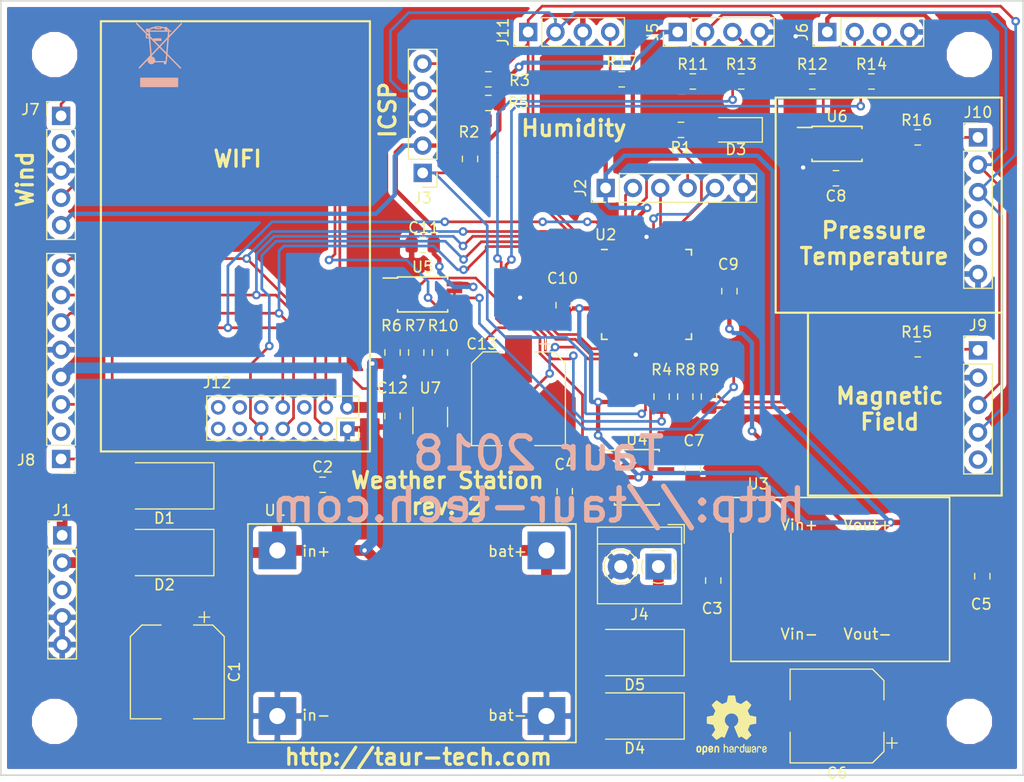
<source format=kicad_pcb>
(kicad_pcb (version 20171130) (host pcbnew "(5.0.0)")
  (layers (0 F.Cu signal) (31 B.Cu signal) (34 B.Paste user) (35 F.Paste user) (36 B.SilkS user) (37 F.SilkS user) (38 B.Mask user) (39 F.Mask user) (44 Edge.Cuts user))
  (net 0 "")
  (net 1 SOLAR_PANEL)
  (net 2 GND)
  (net 3 "Net-(C3-Pad1)")
  (net 4 VGND)
  (net 5 +5V)
  (net 6 "Net-(C7-Pad1)")
  (net 7 "Net-(C12-Pad1)")
  (net 8 "Net-(D1-Pad2)")
  (net 9 "Net-(D2-Pad2)")
  (net 10 "Net-(D3-Pad2)")
  (net 11 +BATT)
  (net 12 "Net-(J1-Pad3)")
  (net 13 "Net-(J2-Pad2)")
  (net 14 "Net-(J2-Pad3)")
  (net 15 "Net-(J2-Pad4)")
  (net 16 "Net-(J2-Pad5)")
  (net 17 PGC)
  (net 18 PGD)
  (net 19 "Net-(J3-Pad1)")
  (net 20 "Net-(J5-Pad3)")
  (net 21 "Net-(J5-Pad2)")
  (net 22 "Net-(J6-Pad2)")
  (net 23 "Net-(J6-Pad3)")
  (net 24 "Net-(J7-Pad2)")
  (net 25 "Net-(J7-Pad4)")
  (net 26 WIFI_READY)
  (net 27 "Net-(J8-Pad2)")
  (net 28 WIFI_BOOT)
  (net 29 WIFI_RESET)
  (net 30 WIFI_RX)
  (net 31 WIFI_TX)
  (net 32 "Net-(J9-Pad1)")
  (net 33 "Net-(J9-Pad5)")
  (net 34 "Net-(J10-Pad5)")
  (net 35 "Net-(J10-Pad4)")
  (net 36 "Net-(J10-Pad1)")
  (net 37 "Net-(J11-Pad4)")
  (net 38 "Net-(J12-Pad5)")
  (net 39 "Net-(J12-Pad6)")
  (net 40 "Net-(J12-Pad10)")
  (net 41 "Net-(J12-Pad11)")
  (net 42 "Net-(J12-Pad12)")
  (net 43 "Net-(J12-Pad13)")
  (net 44 "Net-(J12-Pad14)")
  (net 45 LED)
  (net 46 "Net-(R4-Pad1)")
  (net 47 "Net-(R4-Pad2)")
  (net 48 "Net-(R6-Pad2)")
  (net 49 "Net-(R8-Pad1)")
  (net 50 AN0)
  (net 51 AN1)
  (net 52 "Net-(R9-Pad1)")
  (net 53 CTRL0)
  (net 54 CTRL1)
  (net 55 "Net-(U2-Pad9)")
  (net 56 "Net-(U2-Pad10)")
  (net 57 "Net-(U2-Pad11)")
  (net 58 "Net-(U2-Pad13)")
  (net 59 WIFI_EN)
  (net 60 "Net-(U2-Pad24)")
  (net 61 "Net-(U2-Pad25)")
  (net 62 "Net-(U2-Pad26)")
  (net 63 WIND)
  (net 64 "Net-(U2-Pad32)")
  (net 65 "Net-(U2-Pad33)")
  (net 66 "Net-(U2-Pad34)")
  (net 67 "Net-(U2-Pad36)")
  (net 68 "Net-(U4-Pad4)")
  (net 69 "Net-(U4-Pad5)")
  (net 70 "Net-(U4-Pad6)")
  (net 71 "Net-(U4-Pad7)")
  (net 72 "Net-(U7-Pad4)")
  (module Capacitor_SMD:CP_Elec_8x10.5 (layer F.Cu) (at 69.4 126.4 270)
    (fp_text reference C1 (at 0 -5.3 270) (layer F.SilkS))
    (fp_text value 220u)
    (pad 1 smd rect (at -3.7 0 270) (size 4.4 2.5) (layers F.Cu F.Paste F.Mask) (net 1 SOLAR_PANEL))
    (pad 2 smd rect (at 3.7 0 270) (size 4.4 2.5) (layers F.Cu F.Paste F.Mask) (net 2 GND))
  )
  (module Capacitor_SMD:C_0805_2012Metric_Pad1.15x1.40mm_HandSolder (layer F.Cu) (at 82.9 109)
    (fp_text reference C2 (at 0 -1.65) (layer F.SilkS))
    (fp_text value .1u)
    (pad 1 smd roundrect (at -1.025 0) (size 1.15 1.4) (layers F.Cu F.Paste F.Mask) (roundrect_rratio 0.217391) (net 1 SOLAR_PANEL))
    (pad 2 smd roundrect (at 1.025 0) (size 1.15 1.4) (layers F.Cu F.Paste F.Mask) (roundrect_rratio 0.217391) (net 2 GND))
  )
  (module Capacitor_SMD:C_0805_2012Metric_Pad1.15x1.40mm_HandSolder (layer F.Cu) (at 119.2 117.9 270)
    (fp_text reference C3 (at 2.6 0.1) (layer F.SilkS))
    (fp_text value 1u)
    (pad 2 smd roundrect (at 1.025 0 270) (size 1.15 1.4) (layers F.Cu F.Paste F.Mask) (roundrect_rratio 0.217391) (net 2 GND))
    (pad 1 smd roundrect (at -1.025 0 270) (size 1.15 1.4) (layers F.Cu F.Paste F.Mask) (roundrect_rratio 0.217391) (net 3 "Net-(C3-Pad1)"))
  )
  (module Capacitor_SMD:C_0805_2012Metric_Pad1.15x1.40mm_HandSolder (layer F.Cu) (at 105.4 109.6 270)
    (fp_text reference C4 (at -2.5 0) (layer F.SilkS))
    (fp_text value 1u)
    (pad 1 smd roundrect (at -1.025 0 270) (size 1.15 1.4) (layers F.Cu F.Paste F.Mask) (roundrect_rratio 0.217391) (net 4 VGND))
    (pad 2 smd roundrect (at 1.025 0 270) (size 1.15 1.4) (layers F.Cu F.Paste F.Mask) (roundrect_rratio 0.217391) (net 2 GND))
  )
  (module Capacitor_SMD:C_0805_2012Metric_Pad1.15x1.40mm_HandSolder (layer F.Cu) (at 144.2 117.5 270)
    (fp_text reference C5 (at 2.6 0.1) (layer F.SilkS))
    (fp_text value .1u)
    (pad 2 smd roundrect (at 1.025 0 270) (size 1.15 1.4) (layers F.Cu F.Paste F.Mask) (roundrect_rratio 0.217391) (net 2 GND))
    (pad 1 smd roundrect (at -1.025 0 270) (size 1.15 1.4) (layers F.Cu F.Paste F.Mask) (roundrect_rratio 0.217391) (net 5 +5V))
  )
  (module Capacitor_SMD:CP_Elec_8x10.5 (layer F.Cu) (at 130.7 130.5 180)
    (fp_text reference C6 (at 0 -5.3 180) (layer F.SilkS))
    (fp_text value 220u)
    (pad 1 smd rect (at -3.7 0 180) (size 4.4 2.5) (layers F.Cu F.Paste F.Mask) (net 5 +5V))
    (pad 2 smd rect (at 3.7 0 180) (size 4.4 2.5) (layers F.Cu F.Paste F.Mask) (net 2 GND))
  )
  (module Capacitor_SMD:C_0805_2012Metric_Pad1.15x1.40mm_HandSolder (layer F.Cu) (at 117.3 107.5 270)
    (fp_text reference C7 (at -2.6 -0.1) (layer F.SilkS))
    (fp_text value 1u)
    (pad 1 smd roundrect (at -1.025 0 270) (size 1.15 1.4) (layers F.Cu F.Paste F.Mask) (roundrect_rratio 0.217391) (net 6 "Net-(C7-Pad1)"))
    (pad 2 smd roundrect (at 1.025 0 270) (size 1.15 1.4) (layers F.Cu F.Paste F.Mask) (roundrect_rratio 0.217391) (net 2 GND))
  )
  (module Capacitor_SMD:C_0805_2012Metric_Pad1.15x1.40mm_HandSolder (layer F.Cu) (at 130.6 80.5 180)
    (fp_text reference C8 (at 0 -1.65 180) (layer F.SilkS))
    (fp_text value .1u)
    (pad 1 smd roundrect (at -1.025 0 180) (size 1.15 1.4) (layers F.Cu F.Paste F.Mask) (roundrect_rratio 0.217391) (net 5 +5V))
    (pad 2 smd roundrect (at 1.025 0 180) (size 1.15 1.4) (layers F.Cu F.Paste F.Mask) (roundrect_rratio 0.217391) (net 2 GND))
  )
  (module Capacitor_SMD:C_0805_2012Metric_Pad1.15x1.40mm_HandSolder (layer F.Cu) (at 120.7 91 90)
    (fp_text reference C9 (at 2.5 -0.1 180) (layer F.SilkS))
    (fp_text value .1u)
    (pad 2 smd roundrect (at 1.025 0 90) (size 1.15 1.4) (layers F.Cu F.Paste F.Mask) (roundrect_rratio 0.217391) (net 2 GND))
    (pad 1 smd roundrect (at -1.025 0 90) (size 1.15 1.4) (layers F.Cu F.Paste F.Mask) (roundrect_rratio 0.217391) (net 5 +5V))
  )
  (module Capacitor_SMD:C_0805_2012Metric_Pad1.15x1.40mm_HandSolder (layer F.Cu) (at 105.3 92.3 90)
    (fp_text reference C10 (at 2.5 -0.1 180) (layer F.SilkS))
    (fp_text value .1u)
    (pad 1 smd roundrect (at -1.025 0 90) (size 1.15 1.4) (layers F.Cu F.Paste F.Mask) (roundrect_rratio 0.217391) (net 5 +5V))
    (pad 2 smd roundrect (at 1.025 0 90) (size 1.15 1.4) (layers F.Cu F.Paste F.Mask) (roundrect_rratio 0.217391) (net 2 GND))
  )
  (module Capacitor_SMD:C_0805_2012Metric_Pad1.15x1.40mm_HandSolder (layer F.Cu) (at 92.2 86.7 180)
    (fp_text reference C11 (at -0.1 1.6 180) (layer F.SilkS))
    (fp_text value .1u)
    (pad 2 smd roundrect (at 1.025 0 180) (size 1.15 1.4) (layers F.Cu F.Paste F.Mask) (roundrect_rratio 0.217391) (net 2 GND))
    (pad 1 smd roundrect (at -1.025 0 180) (size 1.15 1.4) (layers F.Cu F.Paste F.Mask) (roundrect_rratio 0.217391) (net 5 +5V))
  )
  (module Capacitor_SMD:C_0805_2012Metric_Pad1.15x1.40mm_HandSolder (layer F.Cu) (at 89.4 102.6 270)
    (fp_text reference C12 (at -2.6 0) (layer F.SilkS))
    (fp_text value .1u hide)
    (pad 2 smd roundrect (at 1.025 0 270) (size 1.15 1.4) (layers F.Cu F.Paste F.Mask) (roundrect_rratio 0.217391) (net 2 GND))
    (pad 1 smd roundrect (at -1.025 0 270) (size 1.15 1.4) (layers F.Cu F.Paste F.Mask) (roundrect_rratio 0.217391) (net 7 "Net-(C12-Pad1)"))
  )
  (module Capacitor_SMD:CP_Elec_8x10.5 (layer F.Cu) (at 101.1 101 270)
    (fp_text reference C13 (at -5.1 3.4) (layer F.SilkS))
    (fp_text value 220u hide)
    (pad 2 smd rect (at 3.7 0 270) (size 4.4 2.5) (layers F.Cu F.Paste F.Mask) (net 2 GND))
    (pad 1 smd rect (at -3.7 0 270) (size 4.4 2.5) (layers F.Cu F.Paste F.Mask) (net 7 "Net-(C12-Pad1)"))
  )
  (module Diode_SMD:D_SMB_Handsoldering (layer F.Cu) (at 68.2 109.1 180)
    (fp_text reference D1 (at 0 -3 180) (layer F.SilkS))
    (fp_text value D hide)
    (pad 1 smd rect (at -2.7 0 180) (size 3.5 2.3) (layers F.Cu F.Paste F.Mask) (net 1 SOLAR_PANEL))
    (pad 2 smd rect (at 2.7 0 180) (size 3.5 2.3) (layers F.Cu F.Paste F.Mask) (net 8 "Net-(D1-Pad2)"))
  )
  (module Diode_SMD:D_SMB_Handsoldering (layer F.Cu) (at 68.2 115.3 180)
    (fp_text reference D2 (at 0 -3 180) (layer F.SilkS))
    (fp_text value D hide)
    (pad 2 smd rect (at 2.7 0 180) (size 3.5 2.3) (layers F.Cu F.Paste F.Mask) (net 9 "Net-(D2-Pad2)"))
    (pad 1 smd rect (at -2.7 0 180) (size 3.5 2.3) (layers F.Cu F.Paste F.Mask) (net 1 SOLAR_PANEL))
  )
  (module LED_SMD:LED_1206_3216Metric_Pad1.42x1.75mm_HandSolder (layer F.Cu) (at 121.3 76 180)
    (fp_text reference D3 (at 0 -1.82 180) (layer F.SilkS))
    (fp_text value LED)
    (pad 1 smd roundrect (at -1.4875 0 180) (size 1.425 1.75) (layers F.Cu F.Paste F.Mask) (roundrect_rratio 0.175439) (net 2 GND))
    (pad 2 smd roundrect (at 1.4875 0 180) (size 1.425 1.75) (layers F.Cu F.Paste F.Mask) (roundrect_rratio 0.175439) (net 10 "Net-(D3-Pad2)"))
  )
  (module Diode_SMD:D_SMB_Handsoldering (layer F.Cu) (at 111.9 130.5 180)
    (fp_text reference D4 (at 0 -3 180) (layer F.SilkS))
    (fp_text value D hide)
    (pad 1 smd rect (at -2.7 0 180) (size 3.5 2.3) (layers F.Cu F.Paste F.Mask) (net 3 "Net-(C3-Pad1)"))
    (pad 2 smd rect (at 2.7 0 180) (size 3.5 2.3) (layers F.Cu F.Paste F.Mask) (net 1 SOLAR_PANEL))
  )
  (module Diode_SMD:D_SMB_Handsoldering (layer F.Cu) (at 111.9 124.6 180)
    (fp_text reference D5 (at 0 -3 180) (layer F.SilkS))
    (fp_text value D)
    (pad 2 smd rect (at 2.7 0 180) (size 3.5 2.3) (layers F.Cu F.Paste F.Mask) (net 11 +BATT))
    (pad 1 smd rect (at -2.7 0 180) (size 3.5 2.3) (layers F.Cu F.Paste F.Mask) (net 3 "Net-(C3-Pad1)"))
  )
  (module Connector_PinHeader_2.54mm:PinHeader_1x05_P2.54mm_Vertical (layer F.Cu) (at 58.7 113.7)
    (fp_text reference J1 (at 0 -2.33) (layer F.SilkS))
    (fp_text value "Solar Panel" hide)
    (pad 5 thru_hole oval (at 0 10.16) (size 1.7 1.7) (drill 1) (layers *.Cu *.Mask) (net 2 GND))
    (pad 4 thru_hole oval (at 0 7.62) (size 1.7 1.7) (drill 1) (layers *.Cu *.Mask) (net 2 GND))
    (pad 3 thru_hole oval (at 0 5.08) (size 1.7 1.7) (drill 1) (layers *.Cu *.Mask) (net 12 "Net-(J1-Pad3)"))
    (pad 2 thru_hole oval (at 0 2.54) (size 1.7 1.7) (drill 1) (layers *.Cu *.Mask) (net 9 "Net-(D2-Pad2)"))
    (pad 1 thru_hole rect (at 0 0) (size 1.7 1.7) (drill 1) (layers *.Cu *.Mask) (net 8 "Net-(D1-Pad2)"))
  )
  (module Connector_PinHeader_2.54mm:PinHeader_1x06_P2.54mm_Vertical (layer F.Cu) (at 109.2 81.4 90)
    (fp_text reference J2 (at 0 -2.33 90) (layer F.SilkS))
    (fp_text value DIG_EXP)
    (pad 1 thru_hole rect (at 0 0 90) (size 1.7 1.7) (drill 1) (layers *.Cu *.Mask) (net 5 +5V))
    (pad 2 thru_hole oval (at 0 2.54 90) (size 1.7 1.7) (drill 1) (layers *.Cu *.Mask) (net 13 "Net-(J2-Pad2)"))
    (pad 3 thru_hole oval (at 0 5.08 90) (size 1.7 1.7) (drill 1) (layers *.Cu *.Mask) (net 14 "Net-(J2-Pad3)"))
    (pad 4 thru_hole oval (at 0 7.62 90) (size 1.7 1.7) (drill 1) (layers *.Cu *.Mask) (net 15 "Net-(J2-Pad4)"))
    (pad 5 thru_hole oval (at 0 10.16 90) (size 1.7 1.7) (drill 1) (layers *.Cu *.Mask) (net 16 "Net-(J2-Pad5)"))
    (pad 6 thru_hole oval (at 0 12.7 90) (size 1.7 1.7) (drill 1) (layers *.Cu *.Mask) (net 2 GND))
  )
  (module Connector_PinHeader_2.54mm:PinHeader_1x05_P2.54mm_Vertical (layer F.Cu) (at 92.2 80 180)
    (fp_text reference J3 (at 0 -2.33 180) (layer F.SilkS))
    (fp_text value ICSP)
    (pad 5 thru_hole oval (at 0 10.16 180) (size 1.7 1.7) (drill 1) (layers *.Cu *.Mask) (net 17 PGC))
    (pad 4 thru_hole oval (at 0 7.62 180) (size 1.7 1.7) (drill 1) (layers *.Cu *.Mask) (net 18 PGD))
    (pad 3 thru_hole oval (at 0 5.08 180) (size 1.7 1.7) (drill 1) (layers *.Cu *.Mask) (net 2 GND))
    (pad 2 thru_hole oval (at 0 2.54 180) (size 1.7 1.7) (drill 1) (layers *.Cu *.Mask) (net 5 +5V))
    (pad 1 thru_hole rect (at 0 0 180) (size 1.7 1.7) (drill 1) (layers *.Cu *.Mask) (net 19 "Net-(J3-Pad1)"))
  )
  (module TerminalBlock_4Ucon:TerminalBlock_4Ucon_1x02_P3.50mm_Horizontal (layer F.Cu) (at 114.1 116.6 180)
    (fp_text reference J4 (at 1.75 -4.46 180) (layer F.SilkS))
    (fp_text value BAT.)
    (pad 1 thru_hole rect (at 0 0 180) (size 2.4 2.4) (drill 1.2) (layers *.Cu *.Mask) (net 11 +BATT))
    (pad 2 thru_hole circle (at 3.5 0 180) (size 2.4 2.4) (drill 1.2) (layers *.Cu *.Mask) (net 2 GND))
  )
  (module Connector_PinHeader_2.54mm:PinHeader_1x04_P2.54mm_Vertical (layer F.Cu) (at 115.9 66.9 90)
    (fp_text reference J5 (at 0 -2.33 90) (layer F.SilkS))
    (fp_text value EXP0)
    (pad 4 thru_hole oval (at 0 7.62 90) (size 1.7 1.7) (drill 1) (layers *.Cu *.Mask) (net 2 GND))
    (pad 3 thru_hole oval (at 0 5.08 90) (size 1.7 1.7) (drill 1) (layers *.Cu *.Mask) (net 20 "Net-(J5-Pad3)"))
    (pad 2 thru_hole oval (at 0 2.54 90) (size 1.7 1.7) (drill 1) (layers *.Cu *.Mask) (net 21 "Net-(J5-Pad2)"))
    (pad 1 thru_hole rect (at 0 0 90) (size 1.7 1.7) (drill 1) (layers *.Cu *.Mask) (net 5 +5V))
  )
  (module Connector_PinHeader_2.54mm:PinHeader_1x04_P2.54mm_Vertical (layer F.Cu) (at 129.8 66.9 90)
    (fp_text reference J6 (at 0 -2.33 90) (layer F.SilkS))
    (fp_text value EXP1)
    (pad 1 thru_hole rect (at 0 0 90) (size 1.7 1.7) (drill 1) (layers *.Cu *.Mask) (net 5 +5V))
    (pad 2 thru_hole oval (at 0 2.54 90) (size 1.7 1.7) (drill 1) (layers *.Cu *.Mask) (net 22 "Net-(J6-Pad2)"))
    (pad 3 thru_hole oval (at 0 5.08 90) (size 1.7 1.7) (drill 1) (layers *.Cu *.Mask) (net 23 "Net-(J6-Pad3)"))
    (pad 4 thru_hole oval (at 0 7.62 90) (size 1.7 1.7) (drill 1) (layers *.Cu *.Mask) (net 2 GND))
  )
  (module Connector_PinHeader_2.54mm:PinHeader_1x05_P2.54mm_Vertical (layer F.Cu) (at 58.6 74.7)
    (fp_text reference J7 (at -2.85 -0.59) (layer F.SilkS))
    (fp_text value Wind)
    (pad 1 thru_hole rect (at 0 0) (size 1.7 1.7) (drill 1) (layers *.Cu *.Mask) (net 4 VGND))
    (pad 2 thru_hole oval (at 0 2.54) (size 1.7 1.7) (drill 1) (layers *.Cu *.Mask) (net 24 "Net-(J7-Pad2)"))
    (pad 3 thru_hole oval (at 0 5.08) (size 1.7 1.7) (drill 1) (layers *.Cu *.Mask) (net 2 GND))
    (pad 4 thru_hole oval (at 0 7.62) (size 1.7 1.7) (drill 1) (layers *.Cu *.Mask) (net 25 "Net-(J7-Pad4)"))
    (pad 5 thru_hole oval (at 0 10.16) (size 1.7 1.7) (drill 1) (layers *.Cu *.Mask) (net 5 +5V))
  )
  (module Connector_PinHeader_2.54mm:PinHeader_1x08_P2.54mm_Vertical (layer F.Cu) (at 58.6 106.6 180)
    (fp_text reference J8 (at 3.25 -0.1 180) (layer F.SilkS))
    (fp_text value Conn_01x08 hide)
    (pad 1 thru_hole rect (at 0 0 180) (size 1.7 1.7) (drill 1) (layers *.Cu *.Mask) (net 26 WIFI_READY))
    (pad 2 thru_hole oval (at 0 2.54 180) (size 1.7 1.7) (drill 1) (layers *.Cu *.Mask) (net 27 "Net-(J8-Pad2)"))
    (pad 3 thru_hole oval (at 0 5.08 180) (size 1.7 1.7) (drill 1) (layers *.Cu *.Mask) (net 28 WIFI_BOOT))
    (pad 4 thru_hole oval (at 0 7.62 180) (size 1.7 1.7) (drill 1) (layers *.Cu *.Mask) (net 7 "Net-(C12-Pad1)"))
    (pad 5 thru_hole oval (at 0 10.16 180) (size 1.7 1.7) (drill 1) (layers *.Cu *.Mask) (net 2 GND))
    (pad 6 thru_hole oval (at 0 12.7 180) (size 1.7 1.7) (drill 1) (layers *.Cu *.Mask) (net 29 WIFI_RESET))
    (pad 7 thru_hole oval (at 0 15.24 180) (size 1.7 1.7) (drill 1) (layers *.Cu *.Mask) (net 30 WIFI_RX))
    (pad 8 thru_hole oval (at 0 17.78 180) (size 1.7 1.7) (drill 1) (layers *.Cu *.Mask) (net 31 WIFI_TX))
  )
  (module Connector_PinHeader_2.54mm:PinHeader_1x05_P2.54mm_Vertical (layer F.Cu) (at 143.8 96.5)
    (fp_text reference J9 (at 0 -2.33) (layer F.SilkS))
    (fp_text value HMC5883L hide)
    (pad 1 thru_hole rect (at 0 0) (size 1.7 1.7) (drill 1) (layers *.Cu *.Mask) (net 32 "Net-(J9-Pad1)"))
    (pad 2 thru_hole oval (at 0 2.54) (size 1.7 1.7) (drill 1) (layers *.Cu *.Mask) (net 2 GND))
    (pad 3 thru_hole oval (at 0 5.08) (size 1.7 1.7) (drill 1) (layers *.Cu *.Mask) (net 18 PGD))
    (pad 4 thru_hole oval (at 0 7.62) (size 1.7 1.7) (drill 1) (layers *.Cu *.Mask) (net 17 PGC))
    (pad 5 thru_hole oval (at 0 10.16) (size 1.7 1.7) (drill 1) (layers *.Cu *.Mask) (net 33 "Net-(J9-Pad5)"))
  )
  (module Connector_PinHeader_2.54mm:PinHeader_1x06_P2.54mm_Vertical (layer F.Cu) (at 143.8 76.7)
    (fp_text reference J10 (at 0 -2.33) (layer F.SilkS))
    (fp_text value Pressure hide)
    (pad 6 thru_hole oval (at 0 12.7) (size 1.7 1.7) (drill 1) (layers *.Cu *.Mask) (net 2 GND))
    (pad 5 thru_hole oval (at 0 10.16) (size 1.7 1.7) (drill 1) (layers *.Cu *.Mask) (net 34 "Net-(J10-Pad5)"))
    (pad 4 thru_hole oval (at 0 7.62) (size 1.7 1.7) (drill 1) (layers *.Cu *.Mask) (net 35 "Net-(J10-Pad4)"))
    (pad 3 thru_hole oval (at 0 5.08) (size 1.7 1.7) (drill 1) (layers *.Cu *.Mask) (net 17 PGC))
    (pad 2 thru_hole oval (at 0 2.54) (size 1.7 1.7) (drill 1) (layers *.Cu *.Mask) (net 18 PGD))
    (pad 1 thru_hole rect (at 0 0) (size 1.7 1.7) (drill 1) (layers *.Cu *.Mask) (net 36 "Net-(J10-Pad1)"))
  )
  (module Connector_PinHeader_2.54mm:PinHeader_1x04_P2.54mm_Vertical (layer F.Cu) (at 102 66.9 90)
    (fp_text reference J11 (at 0 -2.33 90) (layer F.SilkS))
    (fp_text value Conn_01x04)
    (pad 1 thru_hole rect (at 0 0 90) (size 1.7 1.7) (drill 1) (layers *.Cu *.Mask) (net 17 PGC))
    (pad 2 thru_hole oval (at 0 2.54 90) (size 1.7 1.7) (drill 1) (layers *.Cu *.Mask) (net 18 PGD))
    (pad 3 thru_hole oval (at 0 5.08 90) (size 1.7 1.7) (drill 1) (layers *.Cu *.Mask) (net 2 GND))
    (pad 4 thru_hole oval (at 0 7.62 90) (size 1.7 1.7) (drill 1) (layers *.Cu *.Mask) (net 37 "Net-(J11-Pad4)"))
  )
  (module Connector_PinSocket_2.00mm:PinSocket_2x07_P2.00mm_Vertical (layer F.Cu) (at 85.2 103.8 270)
    (fp_text reference J12 (at -4.3 12.1) (layer F.SilkS))
    (fp_text value Conn_02x07_Odd_Even hide)
    (pad 1 thru_hole rect (at 0 0 270) (size 1.35 1.35) (drill 0.8) (layers *.Cu *.Mask) (net 2 GND))
    (pad 2 thru_hole oval (at -2 0 270) (size 1.35 1.35) (drill 0.8) (layers *.Cu *.Mask) (net 7 "Net-(C12-Pad1)"))
    (pad 3 thru_hole oval (at 0 2 270) (size 1.35 1.35) (drill 0.8) (layers *.Cu *.Mask) (net 30 WIFI_RX))
    (pad 4 thru_hole oval (at -2 2 270) (size 1.35 1.35) (drill 0.8) (layers *.Cu *.Mask) (net 31 WIFI_TX))
    (pad 5 thru_hole oval (at 0 4 270) (size 1.35 1.35) (drill 0.8) (layers *.Cu *.Mask) (net 38 "Net-(J12-Pad5)"))
    (pad 6 thru_hole oval (at -2 4 270) (size 1.35 1.35) (drill 0.8) (layers *.Cu *.Mask) (net 39 "Net-(J12-Pad6)"))
    (pad 7 thru_hole oval (at 0 6 270) (size 1.35 1.35) (drill 0.8) (layers *.Cu *.Mask) (net 29 WIFI_RESET))
    (pad 8 thru_hole oval (at -2 6 270) (size 1.35 1.35) (drill 0.8) (layers *.Cu *.Mask) (net 28 WIFI_BOOT))
    (pad 9 thru_hole oval (at 0 8 270) (size 1.35 1.35) (drill 0.8) (layers *.Cu *.Mask) (net 26 WIFI_READY))
    (pad 10 thru_hole oval (at -2 8 270) (size 1.35 1.35) (drill 0.8) (layers *.Cu *.Mask) (net 40 "Net-(J12-Pad10)"))
    (pad 11 thru_hole oval (at 0 10 270) (size 1.35 1.35) (drill 0.8) (layers *.Cu *.Mask) (net 41 "Net-(J12-Pad11)"))
    (pad 12 thru_hole oval (at -2 10 270) (size 1.35 1.35) (drill 0.8) (layers *.Cu *.Mask) (net 42 "Net-(J12-Pad12)"))
    (pad 13 thru_hole oval (at 0 12 270) (size 1.35 1.35) (drill 0.8) (layers *.Cu *.Mask) (net 43 "Net-(J12-Pad13)"))
    (pad 14 thru_hole oval (at -2 12 270) (size 1.35 1.35) (drill 0.8) (layers *.Cu *.Mask) (net 44 "Net-(J12-Pad14)"))
  )
  (module Resistor_SMD:R_0805_2012Metric_Pad1.15x1.40mm_HandSolder (layer F.Cu) (at 116.2 76 180)
    (fp_text reference R1 (at 0 -1.65 180) (layer F.SilkS))
    (fp_text value 680R)
    (pad 2 smd roundrect (at 1.025 0 180) (size 1.15 1.4) (layers F.Cu F.Paste F.Mask) (roundrect_rratio 0.217391) (net 45 LED))
    (pad 1 smd roundrect (at -1.025 0 180) (size 1.15 1.4) (layers F.Cu F.Paste F.Mask) (roundrect_rratio 0.217391) (net 10 "Net-(D3-Pad2)"))
  )
  (module Resistor_SMD:R_0805_2012Metric_Pad1.15x1.40mm_HandSolder (layer F.Cu) (at 96.6 78.7 90)
    (fp_text reference R2 (at 2.5 -0.1 180) (layer F.SilkS))
    (fp_text value 10K)
    (pad 1 smd roundrect (at -1.025 0 90) (size 1.15 1.4) (layers F.Cu F.Paste F.Mask) (roundrect_rratio 0.217391) (net 19 "Net-(J3-Pad1)"))
    (pad 2 smd roundrect (at 1.025 0 90) (size 1.15 1.4) (layers F.Cu F.Paste F.Mask) (roundrect_rratio 0.217391) (net 5 +5V))
  )
  (module Resistor_SMD:R_0805_2012Metric_Pad1.15x1.40mm_HandSolder (layer F.Cu) (at 98.3 71.3 180)
    (fp_text reference R3 (at -2.9 -0.1 180) (layer F.SilkS))
    (fp_text value 4k7)
    (pad 1 smd roundrect (at -1.025 0 180) (size 1.15 1.4) (layers F.Cu F.Paste F.Mask) (roundrect_rratio 0.217391) (net 5 +5V))
    (pad 2 smd roundrect (at 1.025 0 180) (size 1.15 1.4) (layers F.Cu F.Paste F.Mask) (roundrect_rratio 0.217391) (net 17 PGC))
  )
  (module Resistor_SMD:R_0805_2012Metric_Pad1.15x1.40mm_HandSolder (layer F.Cu) (at 114.4 100.8 90)
    (fp_text reference R4 (at 2.5 0 180) (layer F.SilkS))
    (fp_text value 100R)
    (pad 1 smd roundrect (at -1.025 0 90) (size 1.15 1.4) (layers F.Cu F.Paste F.Mask) (roundrect_rratio 0.217391) (net 46 "Net-(R4-Pad1)"))
    (pad 2 smd roundrect (at 1.025 0 90) (size 1.15 1.4) (layers F.Cu F.Paste F.Mask) (roundrect_rratio 0.217391) (net 47 "Net-(R4-Pad2)"))
  )
  (module Resistor_SMD:R_0805_2012Metric_Pad1.15x1.40mm_HandSolder (layer F.Cu) (at 98.3 73.5 180)
    (fp_text reference R5 (at -2.8 0 180) (layer F.SilkS))
    (fp_text value 4k7)
    (pad 2 smd roundrect (at 1.025 0 180) (size 1.15 1.4) (layers F.Cu F.Paste F.Mask) (roundrect_rratio 0.217391) (net 18 PGD))
    (pad 1 smd roundrect (at -1.025 0 180) (size 1.15 1.4) (layers F.Cu F.Paste F.Mask) (roundrect_rratio 0.217391) (net 5 +5V))
  )
  (module Resistor_SMD:R_0805_2012Metric_Pad1.15x1.40mm_HandSolder (layer F.Cu) (at 89.4 96.7 90)
    (fp_text reference R6 (at 2.5 -0.1 180) (layer F.SilkS))
    (fp_text value 100k)
    (pad 1 smd roundrect (at -1.025 0 90) (size 1.15 1.4) (layers F.Cu F.Paste F.Mask) (roundrect_rratio 0.217391) (net 1 SOLAR_PANEL))
    (pad 2 smd roundrect (at 1.025 0 90) (size 1.15 1.4) (layers F.Cu F.Paste F.Mask) (roundrect_rratio 0.217391) (net 48 "Net-(R6-Pad2)"))
  )
  (module Resistor_SMD:R_0805_2012Metric_Pad1.15x1.40mm_HandSolder (layer F.Cu) (at 91.6 96.7 270)
    (fp_text reference R7 (at -2.5 0.1) (layer F.SilkS))
    (fp_text value 10k)
    (pad 2 smd roundrect (at 1.025 0 270) (size 1.15 1.4) (layers F.Cu F.Paste F.Mask) (roundrect_rratio 0.217391) (net 2 GND))
    (pad 1 smd roundrect (at -1.025 0 270) (size 1.15 1.4) (layers F.Cu F.Paste F.Mask) (roundrect_rratio 0.217391) (net 48 "Net-(R6-Pad2)"))
  )
  (module Resistor_SMD:R_0805_2012Metric_Pad1.15x1.40mm_HandSolder (layer F.Cu) (at 116.6 100.8 90)
    (fp_text reference R8 (at 2.5 0 180) (layer F.SilkS))
    (fp_text value 100R)
    (pad 1 smd roundrect (at -1.025 0 90) (size 1.15 1.4) (layers F.Cu F.Paste F.Mask) (roundrect_rratio 0.217391) (net 49 "Net-(R8-Pad1)"))
    (pad 2 smd roundrect (at 1.025 0 90) (size 1.15 1.4) (layers F.Cu F.Paste F.Mask) (roundrect_rratio 0.217391) (net 50 AN0))
  )
  (module Resistor_SMD:R_0805_2012Metric_Pad1.15x1.40mm_HandSolder (layer F.Cu) (at 118.8 100.8 90)
    (fp_text reference R9 (at 2.5 0 180) (layer F.SilkS))
    (fp_text value 100R)
    (pad 2 smd roundrect (at 1.025 0 90) (size 1.15 1.4) (layers F.Cu F.Paste F.Mask) (roundrect_rratio 0.217391) (net 51 AN1))
    (pad 1 smd roundrect (at -1.025 0 90) (size 1.15 1.4) (layers F.Cu F.Paste F.Mask) (roundrect_rratio 0.217391) (net 52 "Net-(R9-Pad1)"))
  )
  (module Resistor_SMD:R_0805_2012Metric_Pad1.15x1.40mm_HandSolder (layer F.Cu) (at 93.8 96.7 270)
    (fp_text reference R10 (at -2.5 -0.3 180) (layer F.SilkS))
    (fp_text value 100k)
    (pad 2 smd roundrect (at 1.025 0 270) (size 1.15 1.4) (layers F.Cu F.Paste F.Mask) (roundrect_rratio 0.217391) (net 4 VGND))
    (pad 1 smd roundrect (at -1.025 0 270) (size 1.15 1.4) (layers F.Cu F.Paste F.Mask) (roundrect_rratio 0.217391) (net 25 "Net-(J7-Pad4)"))
  )
  (module Resistor_SMD:R_0805_2012Metric_Pad1.15x1.40mm_HandSolder (layer F.Cu) (at 117.3 71.5)
    (fp_text reference R11 (at 0 -1.6 180) (layer F.SilkS))
    (fp_text value 1M)
    (pad 1 smd roundrect (at -1.025 0) (size 1.15 1.4) (layers F.Cu F.Paste F.Mask) (roundrect_rratio 0.217391) (net 21 "Net-(J5-Pad2)"))
    (pad 2 smd roundrect (at 1.025 0) (size 1.15 1.4) (layers F.Cu F.Paste F.Mask) (roundrect_rratio 0.217391) (net 2 GND))
  )
  (module Resistor_SMD:R_0805_2012Metric_Pad1.15x1.40mm_HandSolder (layer F.Cu) (at 128.4 71.5 180)
    (fp_text reference R12 (at 0 1.6) (layer F.SilkS))
    (fp_text value 1M)
    (pad 1 smd roundrect (at -1.025 0 180) (size 1.15 1.4) (layers F.Cu F.Paste F.Mask) (roundrect_rratio 0.217391) (net 22 "Net-(J6-Pad2)"))
    (pad 2 smd roundrect (at 1.025 0 180) (size 1.15 1.4) (layers F.Cu F.Paste F.Mask) (roundrect_rratio 0.217391) (net 2 GND))
  )
  (module Resistor_SMD:R_0805_2012Metric_Pad1.15x1.40mm_HandSolder (layer F.Cu) (at 121.8 71.5 180)
    (fp_text reference R13 (at 0 1.6) (layer F.SilkS))
    (fp_text value 0R)
    (pad 1 smd roundrect (at -1.025 0 180) (size 1.15 1.4) (layers F.Cu F.Paste F.Mask) (roundrect_rratio 0.217391) (net 20 "Net-(J5-Pad3)"))
    (pad 2 smd roundrect (at 1.025 0 180) (size 1.15 1.4) (layers F.Cu F.Paste F.Mask) (roundrect_rratio 0.217391) (net 53 CTRL0))
  )
  (module Resistor_SMD:R_0805_2012Metric_Pad1.15x1.40mm_HandSolder (layer F.Cu) (at 133.9 71.5 180)
    (fp_text reference R14 (at 0 1.6 180) (layer F.SilkS))
    (fp_text value 0R)
    (pad 1 smd roundrect (at -1.025 0 180) (size 1.15 1.4) (layers F.Cu F.Paste F.Mask) (roundrect_rratio 0.217391) (net 23 "Net-(J6-Pad3)"))
    (pad 2 smd roundrect (at 1.025 0 180) (size 1.15 1.4) (layers F.Cu F.Paste F.Mask) (roundrect_rratio 0.217391) (net 54 CTRL1))
  )
  (module Resistor_SMD:R_0805_2012Metric_Pad1.15x1.40mm_HandSolder (layer F.Cu) (at 138.2 96.4 180)
    (fp_text reference R15 (at 0.1 1.6 180) (layer F.SilkS))
    (fp_text value 0R)
    (pad 2 smd roundrect (at 1.025 0 180) (size 1.15 1.4) (layers F.Cu F.Paste F.Mask) (roundrect_rratio 0.217391) (net 5 +5V))
    (pad 1 smd roundrect (at -1.025 0 180) (size 1.15 1.4) (layers F.Cu F.Paste F.Mask) (roundrect_rratio 0.217391) (net 32 "Net-(J9-Pad1)"))
  )
  (module Resistor_SMD:R_0805_2012Metric_Pad1.15x1.40mm_HandSolder (layer F.Cu) (at 138.2 76.7 180)
    (fp_text reference R16 (at 0.1 1.6 180) (layer F.SilkS))
    (fp_text value 0R)
    (pad 2 smd roundrect (at 1.025 0 180) (size 1.15 1.4) (layers F.Cu F.Paste F.Mask) (roundrect_rratio 0.217391) (net 5 +5V))
    (pad 1 smd roundrect (at -1.025 0 180) (size 1.15 1.4) (layers F.Cu F.Paste F.Mask) (roundrect_rratio 0.217391) (net 36 "Net-(J10-Pad1)"))
  )
  (module Resistor_SMD:R_0805_2012Metric_Pad1.15x1.40mm_HandSolder (layer F.Cu) (at 110.7 71.3)
    (fp_text reference R17 (at 0 -1.65) (layer F.SilkS))
    (fp_text value 0R)
    (pad 2 smd roundrect (at 1.025 0) (size 1.15 1.4) (layers F.Cu F.Paste F.Mask) (roundrect_rratio 0.217391) (net 5 +5V))
    (pad 1 smd roundrect (at -1.025 0) (size 1.15 1.4) (layers F.Cu F.Paste F.Mask) (roundrect_rratio 0.217391) (net 37 "Net-(J11-Pad4)"))
  )
  (module modules:TP4056 (layer F.Cu) (at 91.2 122.8)
    (fp_text reference U1 (at -12.7 -11.43) (layer F.SilkS))
    (fp_text value 18650_CHARGER)
    (fp_text user in+ (at -8.89 -7.62) (layer F.SilkS))
    (fp_text user in- (at -8.89 7.62) (layer F.SilkS))
    (fp_text user bat+ (at 8.89 -7.62) (layer F.SilkS))
    (fp_text user bat- (at 8.89 7.62) (layer F.SilkS))
    (pad 1 thru_hole rect (at -12.5 -7.7) (size 3.5 3.5) (drill 1.5) (layers *.Cu *.Mask) (net 1 SOLAR_PANEL))
    (pad 2 thru_hole rect (at -12.5 7.7) (size 3.5 3.5) (drill 1.5) (layers *.Cu *.Mask) (net 2 GND))
    (pad 3 thru_hole rect (at 12.5 7.7) (size 3.5 3.5) (drill 1.5) (layers *.Cu *.Mask) (net 2 GND))
    (pad 4 thru_hole rect (at 12.5 -7.7) (size 3.5 3.5) (drill 1.5) (layers *.Cu *.Mask) (net 11 +BATT))
  )
  (module Package_DFN_QFN:QFN-44-1EP_8x8mm_P0.65mm_EP6.6x6.6mm (layer F.Cu) (at 113 91.3)
    (fp_text reference U2 (at -3.8 -5.55) (layer F.SilkS))
    (fp_text value dsPIC30F4011)
    (pad 1 smd rect (at -4 -3.25) (size 0.85 0.35) (layers F.Cu F.Paste F.Mask) (net 17 PGC))
    (pad 2 smd rect (at -4 -2.6) (size 0.85 0.35) (layers F.Cu F.Paste F.Mask) (net 31 WIFI_TX))
    (pad 3 smd rect (at -4 -1.95) (size 0.85 0.35) (layers F.Cu F.Paste F.Mask) (net 30 WIFI_RX))
    (pad 4 smd rect (at -4 -1.3) (size 0.85 0.35) (layers F.Cu F.Paste F.Mask) (net 26 WIFI_READY))
    (pad 5 smd rect (at -4 -0.65) (size 0.85 0.35) (layers F.Cu F.Paste F.Mask) (net 29 WIFI_RESET))
    (pad 6 smd rect (at -4 0) (size 0.85 0.35) (layers F.Cu F.Paste F.Mask) (net 2 GND))
    (pad 7 smd rect (at -4 0.65) (size 0.85 0.35) (layers F.Cu F.Paste F.Mask) (net 5 +5V))
    (pad 8 smd rect (at -4 1.3) (size 0.85 0.35) (layers F.Cu F.Paste F.Mask) (net 5 +5V))
    (pad 9 smd rect (at -4 1.95) (size 0.85 0.35) (layers F.Cu F.Paste F.Mask) (net 55 "Net-(U2-Pad9)"))
    (pad 10 smd rect (at -4 2.6) (size 0.85 0.35) (layers F.Cu F.Paste F.Mask) (net 56 "Net-(U2-Pad10)"))
    (pad 11 smd rect (at -4 3.25) (size 0.85 0.35) (layers F.Cu F.Paste F.Mask) (net 57 "Net-(U2-Pad11)"))
    (pad 12 smd rect (at -3.25 4 90) (size 0.85 0.35) (layers F.Cu F.Paste F.Mask) (net 54 CTRL1))
    (pad 13 smd rect (at -2.6 4 90) (size 0.85 0.35) (layers F.Cu F.Paste F.Mask) (net 58 "Net-(U2-Pad13)"))
    (pad 14 smd rect (at -1.95 4 90) (size 0.85 0.35) (layers F.Cu F.Paste F.Mask) (net 53 CTRL0))
    (pad 15 smd rect (at -1.3 4 90) (size 0.85 0.35) (layers F.Cu F.Paste F.Mask) (net 59 WIFI_EN))
    (pad 16 smd rect (at -0.65 4 90) (size 0.85 0.35) (layers F.Cu F.Paste F.Mask) (net 2 GND))
    (pad 17 smd rect (at 0 4 90) (size 0.85 0.35) (layers F.Cu F.Paste F.Mask) (net 5 +5V))
    (pad 18 smd rect (at 0.65 4 90) (size 0.85 0.35) (layers F.Cu F.Paste F.Mask) (net 19 "Net-(J3-Pad1)"))
    (pad 19 smd rect (at 1.3 4 90) (size 0.85 0.35) (layers F.Cu F.Paste F.Mask) (net 4 VGND))
    (pad 20 smd rect (at 1.95 4 90) (size 0.85 0.35) (layers F.Cu F.Paste F.Mask) (net 4 VGND))
    (pad 21 smd rect (at 2.6 4 90) (size 0.85 0.35) (layers F.Cu F.Paste F.Mask) (net 47 "Net-(R4-Pad2)"))
    (pad 22 smd rect (at 3.25 4 90) (size 0.85 0.35) (layers F.Cu F.Paste F.Mask) (net 50 AN0))
    (pad 23 smd rect (at 4 3.25) (size 0.85 0.35) (layers F.Cu F.Paste F.Mask) (net 51 AN1))
    (pad 24 smd rect (at 4 2.6) (size 0.85 0.35) (layers F.Cu F.Paste F.Mask) (net 60 "Net-(U2-Pad24)"))
    (pad 25 smd rect (at 4 1.95) (size 0.85 0.35) (layers F.Cu F.Paste F.Mask) (net 61 "Net-(U2-Pad25)"))
    (pad 26 smd rect (at 4 1.3) (size 0.85 0.35) (layers F.Cu F.Paste F.Mask) (net 62 "Net-(U2-Pad26)"))
    (pad 27 smd rect (at 4 0.65) (size 0.85 0.35) (layers F.Cu F.Paste F.Mask) (net 63 WIND))
    (pad 28 smd rect (at 4 0) (size 0.85 0.35) (layers F.Cu F.Paste F.Mask) (net 5 +5V))
    (pad 29 smd rect (at 4 -0.65) (size 0.85 0.35) (layers F.Cu F.Paste F.Mask) (net 5 +5V))
    (pad 30 smd rect (at 4 -1.3) (size 0.85 0.35) (layers F.Cu F.Paste F.Mask) (net 2 GND))
    (pad 31 smd rect (at 4 -1.95) (size 0.85 0.35) (layers F.Cu F.Paste F.Mask) (net 2 GND))
    (pad 32 smd rect (at 4 -2.6) (size 0.85 0.35) (layers F.Cu F.Paste F.Mask) (net 64 "Net-(U2-Pad32)"))
    (pad 33 smd rect (at 4 -3.25) (size 0.85 0.35) (layers F.Cu F.Paste F.Mask) (net 65 "Net-(U2-Pad33)"))
    (pad 34 smd rect (at 3.25 -4 90) (size 0.85 0.35) (layers F.Cu F.Paste F.Mask) (net 66 "Net-(U2-Pad34)"))
    (pad 35 smd rect (at 2.6 -4 90) (size 0.85 0.35) (layers F.Cu F.Paste F.Mask) (net 45 LED))
    (pad 36 smd rect (at 1.95 -4 90) (size 0.85 0.35) (layers F.Cu F.Paste F.Mask) (net 67 "Net-(U2-Pad36)"))
    (pad 37 smd rect (at 1.3 -4 90) (size 0.85 0.35) (layers F.Cu F.Paste F.Mask) (net 14 "Net-(J2-Pad3)"))
    (pad 38 smd rect (at 0.65 -4 90) (size 0.85 0.35) (layers F.Cu F.Paste F.Mask) (net 16 "Net-(J2-Pad5)"))
    (pad 39 smd rect (at 0 -4 90) (size 0.85 0.35) (layers F.Cu F.Paste F.Mask) (net 2 GND))
    (pad 40 smd rect (at -0.65 -4 90) (size 0.85 0.35) (layers F.Cu F.Paste F.Mask) (net 5 +5V))
    (pad 41 smd rect (at -1.3 -4 90) (size 0.85 0.35) (layers F.Cu F.Paste F.Mask) (net 15 "Net-(J2-Pad4)"))
    (pad 42 smd rect (at -1.95 -4 90) (size 0.85 0.35) (layers F.Cu F.Paste F.Mask) (net 13 "Net-(J2-Pad2)"))
    (pad 43 smd rect (at -2.6 -4 90) (size 0.85 0.35) (layers F.Cu F.Paste F.Mask) (net 28 WIFI_BOOT))
    (pad 44 smd rect (at -3.25 -4 90) (size 0.85 0.35) (layers F.Cu F.Paste F.Mask) (net 18 PGD))
    (pad 45 smd rect (at 0 0) (size 6.6 6.6) (layers F.Cu F.Mask))
  )
  (module modules:DM06 (layer F.Cu) (at 131 117.8)
    (fp_text reference U3 (at -7.62 -8.89) (layer F.SilkS))
    (fp_text value "DC-DC(5V)")
    (fp_text user Vin+ (at -3.81 -5.08) (layer F.SilkS))
    (fp_text user Vin- (at -3.81 5.08) (layer F.SilkS))
    (fp_text user Vout+ (at 2.54 -5.08) (layer F.SilkS))
    (fp_text user Vout- (at 2.54 5.08) (layer F.SilkS))
    (pad 1 smd rect (at -9.5 -4.8) (size 7 4) (layers F.Cu F.Paste F.Mask) (net 3 "Net-(C3-Pad1)"))
    (pad 2 smd rect (at -9.5 5.3) (size 7 3) (layers F.Cu F.Paste F.Mask) (net 2 GND))
    (pad 3 smd rect (at 9.5 5.3) (size 7 3) (layers F.Cu F.Paste F.Mask) (net 2 GND))
    (pad 4 smd rect (at 9.5 -5.3) (size 7 3) (layers F.Cu F.Paste F.Mask) (net 5 +5V))
  )
  (module Package_SO:SOIC-8_3.9x4.9mm_P1.27mm (layer F.Cu) (at 112.1 108.3)
    (fp_text reference U4 (at 0 -3.5) (layer F.SilkS))
    (fp_text value TLE2426xD)
    (pad 1 smd rect (at -2.7 -1.905) (size 1.55 0.6) (layers F.Cu F.Paste F.Mask) (net 4 VGND))
    (pad 2 smd rect (at -2.7 -0.635) (size 1.55 0.6) (layers F.Cu F.Paste F.Mask) (net 2 GND))
    (pad 3 smd rect (at -2.7 0.635) (size 1.55 0.6) (layers F.Cu F.Paste F.Mask) (net 5 +5V))
    (pad 4 smd rect (at -2.7 1.905) (size 1.55 0.6) (layers F.Cu F.Paste F.Mask) (net 68 "Net-(U4-Pad4)"))
    (pad 5 smd rect (at 2.7 1.905) (size 1.55 0.6) (layers F.Cu F.Paste F.Mask) (net 69 "Net-(U4-Pad5)"))
    (pad 6 smd rect (at 2.7 0.635) (size 1.55 0.6) (layers F.Cu F.Paste F.Mask) (net 70 "Net-(U4-Pad6)"))
    (pad 7 smd rect (at 2.7 -0.635) (size 1.55 0.6) (layers F.Cu F.Paste F.Mask) (net 71 "Net-(U4-Pad7)"))
    (pad 8 smd rect (at 2.7 -1.905) (size 1.55 0.6) (layers F.Cu F.Paste F.Mask) (net 6 "Net-(C7-Pad1)"))
  )
  (module Package_SO:TSSOP-8_4.4x3mm_P0.65mm (layer F.Cu) (at 92.2 91.3)
    (fp_text reference U5 (at 0 -2.55) (layer F.SilkS))
    (fp_text value LM2904)
    (pad 8 smd rect (at 2.95 -0.975) (size 1.45 0.45) (layers F.Cu F.Paste F.Mask) (net 5 +5V))
    (pad 7 smd rect (at 2.95 -0.325) (size 1.45 0.45) (layers F.Cu F.Paste F.Mask) (net 63 WIND))
    (pad 6 smd rect (at 2.95 0.325) (size 1.45 0.45) (layers F.Cu F.Paste F.Mask) (net 63 WIND))
    (pad 5 smd rect (at 2.95 0.975) (size 1.45 0.45) (layers F.Cu F.Paste F.Mask) (net 25 "Net-(J7-Pad4)"))
    (pad 4 smd rect (at -2.95 0.975) (size 1.45 0.45) (layers F.Cu F.Paste F.Mask) (net 2 GND))
    (pad 3 smd rect (at -2.95 0.325) (size 1.45 0.45) (layers F.Cu F.Paste F.Mask) (net 48 "Net-(R6-Pad2)"))
    (pad 2 smd rect (at -2.95 -0.325) (size 1.45 0.45) (layers F.Cu F.Paste F.Mask) (net 46 "Net-(R4-Pad1)"))
    (pad 1 smd rect (at -2.95 -0.975) (size 1.45 0.45) (layers F.Cu F.Paste F.Mask) (net 46 "Net-(R4-Pad1)"))
  )
  (module Package_SO:TSSOP-8_4.4x3mm_P0.65mm (layer F.Cu) (at 130.7 77.3)
    (fp_text reference U6 (at 0 -2.55) (layer F.SilkS))
    (fp_text value LM2904)
    (pad 1 smd rect (at -2.95 -0.975) (size 1.45 0.45) (layers F.Cu F.Paste F.Mask) (net 49 "Net-(R8-Pad1)"))
    (pad 2 smd rect (at -2.95 -0.325) (size 1.45 0.45) (layers F.Cu F.Paste F.Mask) (net 49 "Net-(R8-Pad1)"))
    (pad 3 smd rect (at -2.95 0.325) (size 1.45 0.45) (layers F.Cu F.Paste F.Mask) (net 21 "Net-(J5-Pad2)"))
    (pad 4 smd rect (at -2.95 0.975) (size 1.45 0.45) (layers F.Cu F.Paste F.Mask) (net 2 GND))
    (pad 5 smd rect (at 2.95 0.975) (size 1.45 0.45) (layers F.Cu F.Paste F.Mask) (net 22 "Net-(J6-Pad2)"))
    (pad 6 smd rect (at 2.95 0.325) (size 1.45 0.45) (layers F.Cu F.Paste F.Mask) (net 52 "Net-(R9-Pad1)"))
    (pad 7 smd rect (at 2.95 -0.325) (size 1.45 0.45) (layers F.Cu F.Paste F.Mask) (net 52 "Net-(R9-Pad1)"))
    (pad 8 smd rect (at 2.95 -0.975) (size 1.45 0.45) (layers F.Cu F.Paste F.Mask) (net 5 +5V))
  )
  (module Package_TO_SOT_SMD:SOT-23-5 (layer F.Cu) (at 92.9 102.7 90)
    (fp_text reference U7 (at 2.7 0 180) (layer F.SilkS))
    (fp_text value TLV70033_SOT23-5 hide)
    (pad 1 smd rect (at -1.1 -0.95 90) (size 1.06 0.65) (layers F.Cu F.Paste F.Mask) (net 11 +BATT))
    (pad 2 smd rect (at -1.1 0 90) (size 1.06 0.65) (layers F.Cu F.Paste F.Mask) (net 2 GND))
    (pad 3 smd rect (at -1.1 0.95 90) (size 1.06 0.65) (layers F.Cu F.Paste F.Mask) (net 59 WIFI_EN))
    (pad 4 smd rect (at 1.1 0.95 90) (size 1.06 0.65) (layers F.Cu F.Paste F.Mask) (net 72 "Net-(U7-Pad4)"))
    (pad 5 smd rect (at 1.1 -0.95 90) (size 1.06 0.65) (layers F.Cu F.Paste F.Mask) (net 7 "Net-(C12-Pad1)"))
  )
  (module Symbol:OSHW-Logo2_7.3x6mm_SilkScreen (layer F.Cu) (at 120.9 131.35)
    (fp_text reference REF** hide)
    (fp_text value OSHW-Logo2_7.3x6mm_SilkScreen hide)
  )
  (module MountingHole:MountingHole_3.2mm_M3 (layer F.Cu) (at 58 131)
    (fp_text reference REF** hide)
    (fp_text value MountingHole_3.2mm_M3)
    (pad 1 np_thru_hole circle (at 0 0) (size 3.2 3.2) (drill 3.2) (layers *.Cu *.Mask))
  )
  (module MountingHole:MountingHole_3.2mm_M3 (layer F.Cu) (at 58 69)
    (fp_text reference REF** hide)
    (fp_text value MountingHole_3.2mm_M3)
    (pad 1 np_thru_hole circle (at 0 0) (size 3.2 3.2) (drill 3.2) (layers *.Cu *.Mask))
  )
  (module MountingHole:MountingHole_3.2mm_M3 (layer F.Cu) (at 143 69)
    (fp_text reference REF** hide)
    (fp_text value MountingHole_3.2mm_M3)
    (pad 1 np_thru_hole circle (at 0 0) (size 3.2 3.2) (drill 3.2) (layers *.Cu *.Mask))
  )
  (module MountingHole:MountingHole_3.2mm_M3 (layer F.Cu) (at 143 131)
    (fp_text reference REF** hide)
    (fp_text value MountingHole_3.2mm_M3)
    (pad 1 np_thru_hole circle (at 0 0) (size 3.2 3.2) (drill 3.2) (layers *.Cu *.Mask))
  )
  (module Symbol:WEEE-Logo_4.2x6mm_SilkScreen (layer B.Cu) (at 67.7 69 180)
    (fp_text reference REF** hide)
    (fp_text value WEEE-Logo_4.2x6mm_SilkScreen hide)
  )
  (gr_text "Taur 2018\nhttp://taur-tech.com" (at 102.95 108.5) (layer B.SilkS) (effects (font (size 3 3) (thickness 0.5)) (justify mirror)))
  (gr_text http://taur-tech.com (at 91.8 134.3) (layer F.SilkS) (effects (font (size 1.5 1.5) (thickness 0.3))))
  (gr_text "Weather Station\nrev. 2" (at 94.5 109.8) (layer F.SilkS) (effects (font (size 1.5 1.5) (thickness 0.3))))
  (gr_text Wind (at 55.25 80.6 90) (layer F.SilkS) (effects (font (size 1.5 1.5) (thickness 0.3))))
  (gr_text ICSP (at 88.95 74.15 90) (layer F.SilkS) (effects (font (size 1.5 1.5) (thickness 0.3))))
  (gr_text Humidity (at 106.25 75.85) (layer F.SilkS) (effects (font (size 1.5 1.5) (thickness 0.3))))
  (gr_text "Magnetic\nField" (at 135.6 101.95) (layer F.SilkS) (effects (font (size 1.5 1.5) (thickness 0.3))))
  (gr_text "Pressure\nTemperature" (at 134.15 86.55) (layer F.SilkS) (effects (font (size 1.5 1.5) (thickness 0.3))))
  (gr_text WIFI (at 75 78.7) (layer F.SilkS) (effects (font (size 1.5 1.5) (thickness 0.3))))
  (gr_line (start 128 110) (end 128 93) (layer F.SilkS) (width 0.2))
  (gr_line (start 146 110) (end 128 110) (layer F.SilkS) (width 0.2))
  (gr_line (start 146 92.9) (end 146 110) (layer F.SilkS) (width 0.2))
  (gr_line (start 146 93) (end 146 73) (layer F.SilkS) (width 0.2))
  (gr_line (start 125 93) (end 146 93) (layer F.SilkS) (width 0.2))
  (gr_line (start 125 73) (end 125 93) (layer F.SilkS) (width 0.2))
  (gr_line (start 146 73) (end 125 73) (layer F.SilkS) (width 0.2))
  (gr_line (start 87.3 65.9) (end 87.3 105.8) (layer F.SilkS) (width 0.2))
  (gr_line (start 62.3 65.9) (end 87.3 65.9) (layer F.SilkS) (width 0.2))
  (gr_line (start 62.3 105.9) (end 62.3 65.9) (layer F.SilkS) (width 0.2))
  (gr_line (start 87.3 105.9) (end 62.3 105.9) (layer F.SilkS) (width 0.2))
  (gr_line (start 148 136) (end 53 136) (layer Edge.Cuts) (width 0.15))
  (gr_line (start 148 64) (end 148 136) (layer Edge.Cuts) (width 0.15))
  (gr_line (start 53 64) (end 148 64) (layer Edge.Cuts) (width 0.15))
  (gr_line (start 53 136) (end 53 64) (layer Edge.Cuts) (width 0.15))
  (segment (start 70.9 109.1) (end 70.9 115.3) (width 1) (layer F.Cu) (net 1))
  (segment (start 78.5 115.3) (end 78.7 115.1) (width 1) (layer F.Cu) (net 1))
  (segment (start 70.9 115.3) (end 78.5 115.3) (width 1) (layer F.Cu) (net 1))
  (segment (start 78.7 115.1) (end 86.8 115.1) (width 1) (layer F.Cu) (net 1))
  (segment (start 81.875 109) (end 79.8 109) (width 1) (layer F.Cu) (net 1))
  (segment (start 78.7 110.1) (end 78.7 115.1) (width 1) (layer F.Cu) (net 1))
  (segment (start 79.8 109) (end 78.7 110.1) (width 1) (layer F.Cu) (net 1))
  (segment (start 86.95 115.1) (end 96.65 124.8) (width 1) (layer F.Cu) (net 1))
  (segment (start 102.9 124.8) (end 105.4 127.3) (width 1) (layer F.Cu) (net 1))
  (segment (start 96.65 124.8) (end 102.9 124.8) (width 1) (layer F.Cu) (net 1))
  (segment (start 105.4 127.3) (end 108.2 127.3) (width 1) (layer F.Cu) (net 1))
  (segment (start 109.2 128.3) (end 109.2 130.5) (width 1) (layer F.Cu) (net 1))
  (segment (start 108.2 127.3) (end 109.2 128.3) (width 1) (layer F.Cu) (net 1))
  (segment (start 89.4 97.725) (end 87.525 97.725) (width 1) (layer F.Cu) (net 1))
  (segment (start 87.525 97.725) (end 87.525 97.725) (width 1) (layer F.Cu) (net 1))
  (via (at 87.525 97.725) (size 0.8) (drill 0.4) (layers F.Cu B.Cu) (net 1))
  (segment (start 87.525 98.290685) (end 87.5 98.315685) (width 1) (layer B.Cu) (net 1))
  (segment (start 87.525 97.725) (end 87.525 98.290685) (width 1) (layer B.Cu) (net 1))
  (segment (start 87.5 98.315685) (end 87.5 114.3) (width 1) (layer B.Cu) (net 1))
  (segment (start 87.5 114.3) (end 86.8 115) (width 1) (layer B.Cu) (net 1))
  (segment (start 86.8 115.1) (end 86.95 115.1) (width 1) (layer F.Cu) (net 1))
  (via (at 86.8 115.1) (size 0.8) (drill 0.4) (layers F.Cu B.Cu) (net 1))
  (segment (start 69.4 122.7) (end 69.4 119.4) (width 1) (layer F.Cu) (net 1))
  (segment (start 70.9 117.9) (end 70.9 115.3) (width 1) (layer F.Cu) (net 1))
  (segment (start 69.4 119.4) (end 70.9 117.9) (width 1) (layer F.Cu) (net 1))
  (via (at 101.25 91.6) (size 0.8) (drill 0.4) (layers F.Cu B.Cu) (net 2))
  (segment (start 105.325 91.3) (end 105.3 91.275) (width 0.25) (layer F.Cu) (net 2))
  (segment (start 109 91.3) (end 105.325 91.3) (width 0.25) (layer F.Cu) (net 2))
  (segment (start 112.35 96.55) (end 112 96.9) (width 0.25) (layer F.Cu) (net 2))
  (via (at 112 96.9) (size 0.8) (drill 0.4) (layers F.Cu B.Cu) (net 2))
  (segment (start 112.35 96.55) (end 112.35 95.3) (width 0.25) (layer F.Cu) (net 2))
  (segment (start 117 90) (end 117 89.35) (width 0.25) (layer F.Cu) (net 2))
  (segment (start 120.675 90) (end 120.7 89.975) (width 0.25) (layer F.Cu) (net 2))
  (segment (start 117 90) (end 120.675 90) (width 0.25) (layer F.Cu) (net 2))
  (segment (start 113 87.3) (end 113 85.95) (width 0.25) (layer F.Cu) (net 2))
  (segment (start 113 85.95) (end 113 85.95) (width 0.25) (layer F.Cu) (net 2))
  (via (at 113 85.95) (size 0.8) (drill 0.4) (layers F.Cu B.Cu) (net 2))
  (via (at 126.85 67.3) (size 0.8) (drill 0.4) (layers F.Cu B.Cu) (net 2))
  (via (at 127.55 79.5) (size 0.8) (drill 0.4) (layers F.Cu B.Cu) (net 2))
  (segment (start 92.9 104.58) (end 93.75 105.43) (width 0.25) (layer F.Cu) (net 2))
  (segment (start 92.9 103.8) (end 92.9 104.58) (width 0.25) (layer F.Cu) (net 2))
  (segment (start 91.6 98.4) (end 91.05 98.95) (width 0.25) (layer F.Cu) (net 2))
  (segment (start 91.6 97.725) (end 91.6 98.4) (width 0.25) (layer F.Cu) (net 2))
  (segment (start 91.05 98.95) (end 90.5 98.95) (width 0.25) (layer F.Cu) (net 2))
  (segment (start 90.5 98.95) (end 90.5 98.95) (width 0.25) (layer F.Cu) (net 2))
  (via (at 90.5 98.95) (size 0.8) (drill 0.4) (layers F.Cu B.Cu) (net 2))
  (segment (start 115.3 130.9) (end 115.4 131) (width 1) (layer F.Cu) (net 3))
  (segment (start 114.6 124.6) (end 114.6 130.5) (width 1) (layer F.Cu) (net 3))
  (segment (start 120 113) (end 121.5 113) (width 1) (layer F.Cu) (net 3))
  (segment (start 116.7 116.3) (end 120 113) (width 1) (layer F.Cu) (net 3))
  (segment (start 116.7 120.35) (end 116.7 116.3) (width 1) (layer F.Cu) (net 3))
  (segment (start 114.6 124.6) (end 114.6 122.45) (width 1) (layer F.Cu) (net 3))
  (segment (start 114.6 122.45) (end 116.7 120.35) (width 1) (layer F.Cu) (net 3))
  (segment (start 121.5 116) (end 121.5 113) (width 1) (layer F.Cu) (net 3))
  (segment (start 120.625 116.875) (end 121.5 116) (width 1) (layer F.Cu) (net 3))
  (segment (start 119.2 116.875) (end 120.625 116.875) (width 1) (layer F.Cu) (net 3))
  (segment (start 114.95 95.3) (end 114.3 95.3) (width 0.25) (layer F.Cu) (net 4))
  (segment (start 114.3 95.3) (end 114.3 96.16359) (width 0.25) (layer F.Cu) (net 4))
  (segment (start 111.905 106.395) (end 109.4 106.395) (width 0.25) (layer F.Cu) (net 4))
  (segment (start 108.375 106.395) (end 109.4 106.395) (width 0.25) (layer F.Cu) (net 4))
  (segment (start 105.4 107.9) (end 106.905 106.395) (width 0.25) (layer F.Cu) (net 4))
  (segment (start 105.4 108.575) (end 105.4 107.9) (width 0.25) (layer F.Cu) (net 4))
  (segment (start 93.8 97.725) (end 95.875 97.725) (width 0.25) (layer F.Cu) (net 4))
  (segment (start 95.875 97.725) (end 99.2 94.4) (width 0.25) (layer F.Cu) (net 4))
  (segment (start 102.235002 94.4) (end 103.1 95.264998) (width 0.25) (layer F.Cu) (net 4))
  (segment (start 99.2 94.4) (end 102.235002 94.4) (width 0.25) (layer F.Cu) (net 4))
  (segment (start 103.1 95.264998) (end 103.1 96.8) (width 0.25) (layer F.Cu) (net 4))
  (segment (start 103.1 96.8) (end 104.06359 97.76359) (width 0.25) (layer F.Cu) (net 4))
  (segment (start 114.16359 96.16359) (end 113.95 96.37718) (width 0.25) (layer F.Cu) (net 4))
  (segment (start 114.3 96.16359) (end 114.16359 96.16359) (width 0.25) (layer F.Cu) (net 4))
  (segment (start 113.95 96.37718) (end 113.95 97.75) (width 0.25) (layer F.Cu) (net 4))
  (segment (start 113.37499 104.92501) (end 112.65 105.65) (width 0.25) (layer F.Cu) (net 4))
  (segment (start 113.37499 98.32501) (end 113.37499 104.92501) (width 0.25) (layer F.Cu) (net 4))
  (segment (start 113.95 97.75) (end 113.37499 98.32501) (width 0.25) (layer F.Cu) (net 4))
  (segment (start 112.7 105.6) (end 112.65 105.65) (width 0.25) (layer F.Cu) (net 4))
  (segment (start 112.65 105.65) (end 111.905 106.395) (width 0.25) (layer F.Cu) (net 4))
  (segment (start 107.05 100.626998) (end 107.05 106.395) (width 0.25) (layer F.Cu) (net 4))
  (segment (start 104.186592 97.76359) (end 107.05 100.626998) (width 0.25) (layer F.Cu) (net 4))
  (segment (start 104.06359 97.76359) (end 104.186592 97.76359) (width 0.25) (layer F.Cu) (net 4))
  (segment (start 106.905 106.395) (end 107.05 106.395) (width 0.25) (layer F.Cu) (net 4))
  (segment (start 107.05 106.395) (end 108.375 106.395) (width 0.25) (layer F.Cu) (net 4))
  (segment (start 83.04 72.64) (end 59.56 72.64) (width 0.25) (layer F.Cu) (net 4))
  (segment (start 84.5 74.1) (end 83.04 72.64) (width 0.25) (layer F.Cu) (net 4))
  (segment (start 58.6 73.6) (end 58.6 74.7) (width 0.25) (layer F.Cu) (net 4))
  (segment (start 84.5 97.94998) (end 84.5 74.1) (width 0.25) (layer F.Cu) (net 4))
  (segment (start 93.8 98.4) (end 93.12501 99.07499) (width 0.25) (layer F.Cu) (net 4))
  (segment (start 93.8 97.725) (end 93.8 98.4) (width 0.25) (layer F.Cu) (net 4))
  (segment (start 93.12501 99.07499) (end 91.72501 99.07499) (width 0.25) (layer F.Cu) (net 4))
  (segment (start 91.72501 99.07499) (end 90.75 100.05) (width 0.25) (layer F.Cu) (net 4))
  (segment (start 59.56 72.64) (end 58.6 73.6) (width 0.25) (layer F.Cu) (net 4))
  (segment (start 90.75 100.05) (end 86.60002 100.05) (width 0.25) (layer F.Cu) (net 4))
  (segment (start 86.60002 100.05) (end 84.5 97.94998) (width 0.25) (layer F.Cu) (net 4))
  (segment (start 135.6 112.5) (end 135.65 112.5) (width 0.5) (layer F.Cu) (net 5))
  (segment (start 134.4 130.5) (end 134.4 113.7) (width 0.5) (layer F.Cu) (net 5))
  (segment (start 134.4 113.7) (end 135.6 112.5) (width 0.5) (layer F.Cu) (net 5))
  (segment (start 143.4 116.475) (end 144.2 116.475) (width 0.5) (layer F.Cu) (net 5))
  (segment (start 142.475 116.475) (end 143.4 116.475) (width 0.5) (layer F.Cu) (net 5))
  (segment (start 140.5 114.5) (end 142.475 116.475) (width 0.5) (layer F.Cu) (net 5))
  (segment (start 140.5 112.5) (end 140.5 114.5) (width 0.5) (layer F.Cu) (net 5))
  (segment (start 140.5 110.5) (end 137.1 107.1) (width 0.5) (layer F.Cu) (net 5))
  (segment (start 140.5 112.5) (end 140.5 110.5) (width 0.5) (layer F.Cu) (net 5))
  (segment (start 137.175 107.025) (end 137.175 96.4) (width 0.5) (layer F.Cu) (net 5))
  (segment (start 137.1 107.1) (end 137.175 107.025) (width 0.5) (layer F.Cu) (net 5))
  (segment (start 137.175 86.05) (end 131.625 80.5) (width 0.5) (layer F.Cu) (net 5))
  (segment (start 137.175 96.4) (end 137.175 86.05) (width 0.5) (layer F.Cu) (net 5))
  (segment (start 133.898372 76.076628) (end 133.675001 76.299999) (width 0.5) (layer F.Cu) (net 5))
  (segment (start 136.551628 76.076628) (end 133.898372 76.076628) (width 0.5) (layer F.Cu) (net 5))
  (segment (start 137.175 76.7) (end 136.551628 76.076628) (width 0.5) (layer F.Cu) (net 5))
  (segment (start 137.175 76.7) (end 137.175 86.05) (width 0.5) (layer F.Cu) (net 5))
  (segment (start 140.5 112.5) (end 131.6 112.5) (width 0.5) (layer F.Cu) (net 5))
  (segment (start 106.025 92.6) (end 106.75 92.6) (width 0.4) (layer F.Cu) (net 5))
  (segment (start 105.3 93.325) (end 106.025 92.6) (width 0.4) (layer F.Cu) (net 5))
  (segment (start 109 92.6) (end 109 91.95) (width 0.3) (layer F.Cu) (net 5))
  (segment (start 99.325 71.3) (end 99.325 73.5) (width 0.4) (layer F.Cu) (net 5))
  (segment (start 99.325 75.975) (end 99.325 73.5) (width 0.4) (layer F.Cu) (net 5))
  (segment (start 96.6 77.675) (end 97.625 77.675) (width 0.4) (layer F.Cu) (net 5))
  (segment (start 97.625 77.675) (end 99.325 75.975) (width 0.4) (layer F.Cu) (net 5))
  (segment (start 96.385 77.46) (end 96.6 77.675) (width 0.4) (layer F.Cu) (net 5))
  (segment (start 92.2 77.46) (end 96.385 77.46) (width 0.4) (layer F.Cu) (net 5))
  (segment (start 111.725 71.3) (end 111.725 67.575) (width 0.4) (layer F.Cu) (net 5))
  (segment (start 112.4 66.9) (end 115.9 66.9) (width 0.4) (layer F.Cu) (net 5))
  (segment (start 111.725 67.575) (end 112.4 66.9) (width 0.4) (layer F.Cu) (net 5))
  (segment (start 117 91.3) (end 117 90.65) (width 0.3) (layer F.Cu) (net 5))
  (segment (start 119.975 91.3) (end 120.7 92.025) (width 0.4) (layer F.Cu) (net 5))
  (segment (start 117 91.3) (end 119.975 91.3) (width 0.4) (layer F.Cu) (net 5))
  (segment (start 90.34 77.46) (end 92.2 77.46) (width 0.4) (layer F.Cu) (net 5))
  (segment (start 89.7 78.1) (end 90.34 77.46) (width 0.4) (layer F.Cu) (net 5))
  (segment (start 89.7 81.6) (end 89.7 78.1) (width 0.4) (layer F.Cu) (net 5))
  (segment (start 93.225 86.7) (end 93.225 85.125) (width 0.4) (layer F.Cu) (net 5))
  (segment (start 93.225 85.125) (end 89.7 81.6) (width 0.4) (layer F.Cu) (net 5))
  (segment (start 59.66 83.8) (end 58.6 84.86) (width 0.4) (layer B.Cu) (net 5))
  (segment (start 87.85 83.8) (end 59.66 83.8) (width 0.4) (layer B.Cu) (net 5))
  (segment (start 89.6 82.05) (end 87.85 83.8) (width 0.4) (layer B.Cu) (net 5))
  (segment (start 89.6 78.45) (end 89.6 82.05) (width 0.4) (layer B.Cu) (net 5))
  (segment (start 92.2 77.46) (end 90.59 77.46) (width 0.4) (layer B.Cu) (net 5))
  (segment (start 90.59 77.46) (end 89.6 78.45) (width 0.4) (layer B.Cu) (net 5))
  (segment (start 131.6 112.5) (end 131.3 112.5) (width 0.4) (layer F.Cu) (net 5))
  (segment (start 131.3 112.5) (end 122.8 104) (width 0.4) (layer F.Cu) (net 5))
  (segment (start 122.8 104) (end 122.8 104) (width 0.4) (layer F.Cu) (net 5))
  (via (at 122.8 104) (size 0.8) (drill 0.4) (layers F.Cu B.Cu) (net 5))
  (segment (start 120.7 92.025) (end 120.7 92.7) (width 0.4) (layer F.Cu) (net 5))
  (segment (start 120.7 92.7) (end 120.7 94.5) (width 0.4) (layer F.Cu) (net 5))
  (segment (start 120.7 94.5) (end 120.7 94.5) (width 0.4) (layer F.Cu) (net 5))
  (via (at 120.7 94.5) (size 0.8) (drill 0.4) (layers F.Cu B.Cu) (net 5))
  (segment (start 121.099999 94.899999) (end 121.899999 94.899999) (width 0.4) (layer B.Cu) (net 5))
  (segment (start 120.7 94.5) (end 121.099999 94.899999) (width 0.4) (layer B.Cu) (net 5))
  (segment (start 122.8 95.8) (end 122.8 104) (width 0.4) (layer B.Cu) (net 5))
  (segment (start 121.899999 94.899999) (end 122.8 95.8) (width 0.4) (layer B.Cu) (net 5))
  (segment (start 109.2 81.4) (end 109.2 77.45) (width 0.4) (layer F.Cu) (net 5))
  (segment (start 111.725 74.925) (end 111.725 71.3) (width 0.4) (layer F.Cu) (net 5))
  (segment (start 109.2 77.45) (end 111.725 74.925) (width 0.4) (layer F.Cu) (net 5))
  (segment (start 129.8 65.65) (end 130.15 65.3) (width 0.4) (layer F.Cu) (net 5))
  (segment (start 129.8 66.9) (end 129.8 65.65) (width 0.4) (layer F.Cu) (net 5))
  (segment (start 130.15 65.3) (end 138.8 65.3) (width 0.4) (layer F.Cu) (net 5))
  (segment (start 138.8 65.3) (end 139.5 66) (width 0.4) (layer F.Cu) (net 5))
  (segment (start 139.5 66) (end 139.5 72.55) (width 0.4) (layer F.Cu) (net 5))
  (segment (start 137.175 74.875) (end 137.175 76.7) (width 0.4) (layer F.Cu) (net 5))
  (segment (start 139.5 72.55) (end 137.175 74.875) (width 0.4) (layer F.Cu) (net 5))
  (segment (start 112.35 87.3) (end 112.35 86.475) (width 0.4) (layer F.Cu) (net 5))
  (segment (start 112.35 86.475) (end 112.35 83.95) (width 0.4) (layer F.Cu) (net 5))
  (segment (start 112.35 83.95) (end 113.05 83.25) (width 0.4) (layer F.Cu) (net 5))
  (segment (start 113.05 83.25) (end 113.05 83.25) (width 0.4) (layer F.Cu) (net 5))
  (via (at 113.05 83.25) (size 0.8) (drill 0.4) (layers F.Cu B.Cu) (net 5))
  (segment (start 113.05 83.25) (end 109.65 83.25) (width 0.4) (layer B.Cu) (net 5))
  (segment (start 109.2 82.8) (end 109.2 81.4) (width 0.4) (layer B.Cu) (net 5))
  (segment (start 109.65 83.25) (end 109.2 82.8) (width 0.4) (layer B.Cu) (net 5))
  (segment (start 109.2 80.15) (end 110.95 78.4) (width 0.4) (layer B.Cu) (net 5))
  (segment (start 109.2 81.4) (end 109.2 80.15) (width 0.4) (layer B.Cu) (net 5))
  (segment (start 110.95 78.4) (end 123.3 78.4) (width 0.4) (layer B.Cu) (net 5))
  (segment (start 123.3 78.4) (end 124.7 79.8) (width 0.4) (layer B.Cu) (net 5))
  (segment (start 124.7 79.8) (end 124.7 101.55) (width 0.4) (layer B.Cu) (net 5))
  (segment (start 124.7 101.55) (end 135.65 112.5) (width 0.4) (layer B.Cu) (net 5))
  (segment (start 135.65 112.5) (end 140.5 112.5) (width 0.5) (layer F.Cu) (net 5))
  (via (at 135.65 112.5) (size 0.8) (drill 0.4) (layers F.Cu B.Cu) (net 5))
  (segment (start 100 71.3) (end 101.15 70.15) (width 0.4) (layer F.Cu) (net 5))
  (segment (start 99.325 71.3) (end 100 71.3) (width 0.4) (layer F.Cu) (net 5))
  (segment (start 101.15 70.15) (end 101.15 70.15) (width 0.4) (layer F.Cu) (net 5))
  (via (at 101.15 70.15) (size 0.8) (drill 0.4) (layers F.Cu B.Cu) (net 5))
  (segment (start 114.65 66.9) (end 115.9 66.9) (width 0.4) (layer B.Cu) (net 5))
  (segment (start 111.799999 69.750001) (end 114.65 66.9) (width 0.4) (layer B.Cu) (net 5))
  (segment (start 101.549999 69.750001) (end 111.799999 69.750001) (width 0.4) (layer B.Cu) (net 5))
  (segment (start 101.15 70.15) (end 101.549999 69.750001) (width 0.4) (layer B.Cu) (net 5))
  (segment (start 113 95.3) (end 113 95.7) (width 0.25) (layer F.Cu) (net 5))
  (segment (start 112.974991 95.325009) (end 112.974991 97.225009) (width 0.4) (layer F.Cu) (net 5))
  (segment (start 113 95.3) (end 112.974991 95.325009) (width 0.4) (layer F.Cu) (net 5))
  (segment (start 112.974991 97.225009) (end 112.25 97.95) (width 0.4) (layer F.Cu) (net 5))
  (segment (start 112.25 97.95) (end 112.25 100.9) (width 0.4) (layer F.Cu) (net 5))
  (segment (start 112.25 100.9) (end 111.85 101.3) (width 0.4) (layer F.Cu) (net 5))
  (segment (start 111.85 101.3) (end 108.5 101.3) (width 0.4) (layer F.Cu) (net 5))
  (segment (start 106.75 92.6) (end 109 92.6) (width 0.4) (layer F.Cu) (net 5))
  (via (at 106.75 92.6) (size 0.8) (drill 0.4) (layers F.Cu B.Cu) (net 5))
  (segment (start 108.5 101.3) (end 108.5 101.3) (width 0.4) (layer F.Cu) (net 5))
  (via (at 108.5 101.3) (size 0.8) (drill 0.4) (layers F.Cu B.Cu) (net 5))
  (segment (start 107.848012 101.213697) (end 107.848012 96.698012) (width 0.4) (layer B.Cu) (net 5))
  (segment (start 108.5 101.3) (end 107.934315 101.3) (width 0.4) (layer B.Cu) (net 5))
  (segment (start 107.934315 101.3) (end 107.848012 101.213697) (width 0.4) (layer B.Cu) (net 5))
  (segment (start 106.75 95.6) (end 106.75 92.6) (width 0.4) (layer B.Cu) (net 5))
  (segment (start 107.848012 96.698012) (end 106.75 95.6) (width 0.4) (layer B.Cu) (net 5))
  (segment (start 110.575 108.935) (end 111.21 108.3) (width 0.4) (layer F.Cu) (net 5))
  (segment (start 109.4 108.935) (end 110.575 108.935) (width 0.4) (layer F.Cu) (net 5))
  (segment (start 111.21 108.3) (end 112.25 108.3) (width 0.4) (layer F.Cu) (net 5))
  (segment (start 112.25 108.3) (end 112.25 108.3) (width 0.4) (layer F.Cu) (net 5))
  (via (at 112.25 108.3) (size 0.8) (drill 0.4) (layers F.Cu B.Cu) (net 5))
  (segment (start 108.5 101.3) (end 108.5 101.865685) (width 0.4) (layer F.Cu) (net 5))
  (segment (start 108.5 101.865685) (end 108.5 104.4) (width 0.4) (layer F.Cu) (net 5))
  (segment (start 108.5 104.4) (end 108.5 104.4) (width 0.4) (layer F.Cu) (net 5))
  (via (at 108.5 104.4) (size 0.8) (drill 0.4) (layers F.Cu B.Cu) (net 5))
  (segment (start 112.25 108.15) (end 112.25 108.3) (width 0.4) (layer B.Cu) (net 5))
  (segment (start 108.5 104.4) (end 112.25 108.15) (width 0.4) (layer B.Cu) (net 5))
  (segment (start 112.649999 107.900001) (end 123.200001 107.900001) (width 0.4) (layer B.Cu) (net 5))
  (segment (start 112.25 108.3) (end 112.649999 107.900001) (width 0.4) (layer B.Cu) (net 5))
  (segment (start 127.8 112.5) (end 135.65 112.5) (width 0.4) (layer B.Cu) (net 5))
  (segment (start 123.200001 107.900001) (end 127.8 112.5) (width 0.4) (layer B.Cu) (net 5))
  (segment (start 96.275 90.325) (end 96.9 90.6) (width 0.4) (layer F.Cu) (net 5))
  (segment (start 95.15 90.325) (end 96.275 90.325) (width 0.4) (layer F.Cu) (net 5))
  (via (at 96.9 90.6) (size 0.8) (drill 0.4) (layers F.Cu B.Cu) (net 5))
  (segment (start 93.225 87.5) (end 93.75 88.025) (width 0.4) (layer F.Cu) (net 5))
  (segment (start 93.225 86.7) (end 93.225 87.5) (width 0.4) (layer F.Cu) (net 5))
  (segment (start 93.75 88.025) (end 93.75 88.7) (width 0.4) (layer F.Cu) (net 5))
  (segment (start 93.75 88.7) (end 93.75 88.7) (width 0.4) (layer F.Cu) (net 5))
  (via (at 93.75 88.7) (size 0.8) (drill 0.4) (layers F.Cu B.Cu) (net 5))
  (segment (start 96.334315 90.6) (end 96.9 90.6) (width 0.4) (layer B.Cu) (net 5))
  (segment (start 95.084315 90.6) (end 96.334315 90.6) (width 0.4) (layer B.Cu) (net 5))
  (segment (start 93.75 89.265685) (end 95.084315 90.6) (width 0.4) (layer B.Cu) (net 5))
  (segment (start 93.75 88.7) (end 93.75 89.265685) (width 0.4) (layer B.Cu) (net 5))
  (segment (start 117.22 106.395) (end 117.3 106.475) (width 0.25) (layer F.Cu) (net 6))
  (segment (start 114.8 106.395) (end 117.22 106.395) (width 0.25) (layer F.Cu) (net 6))
  (segment (start 89.425 101.6) (end 89.4 101.575) (width 1) (layer F.Cu) (net 7))
  (segment (start 91.95 101.6) (end 89.425 101.6) (width 1) (layer F.Cu) (net 7))
  (segment (start 91.95 100.07) (end 92.12 99.9) (width 1) (layer F.Cu) (net 7))
  (segment (start 91.95 101.6) (end 91.95 100.07) (width 1) (layer F.Cu) (net 7))
  (segment (start 98.85 97.3) (end 101.1 97.3) (width 1) (layer F.Cu) (net 7))
  (segment (start 96.25 99.9) (end 98.85 97.3) (width 1) (layer F.Cu) (net 7))
  (segment (start 92.12 99.9) (end 96.25 99.9) (width 1) (layer F.Cu) (net 7))
  (segment (start 89.175 101.8) (end 89.4 101.575) (width 1) (layer F.Cu) (net 7))
  (segment (start 85.2 101.8) (end 89.175 101.8) (width 1) (layer F.Cu) (net 7))
  (segment (start 59.449999 98.130001) (end 84.969999 98.130001) (width 1) (layer B.Cu) (net 7))
  (segment (start 58.6 98.98) (end 59.449999 98.130001) (width 1) (layer B.Cu) (net 7))
  (segment (start 85.2 98.360002) (end 85.2 101.8) (width 1) (layer B.Cu) (net 7))
  (segment (start 84.969999 98.130001) (end 85.2 98.360002) (width 1) (layer B.Cu) (net 7))
  (segment (start 64.15 109.1) (end 65.5 109.1) (width 1) (layer F.Cu) (net 8))
  (segment (start 58.7 111.85) (end 61.5 109.05) (width 1) (layer F.Cu) (net 8))
  (segment (start 58.7 113.7) (end 58.7 111.85) (width 1) (layer F.Cu) (net 8))
  (segment (start 61.55 109.1) (end 65.5 109.1) (width 1) (layer F.Cu) (net 8))
  (segment (start 61.5 109.05) (end 61.55 109.1) (width 1) (layer F.Cu) (net 8))
  (segment (start 58.7 116.24) (end 60.51 116.24) (width 1) (layer F.Cu) (net 9))
  (segment (start 61.45 115.3) (end 65.5 115.3) (width 1) (layer F.Cu) (net 9))
  (segment (start 60.51 116.24) (end 61.45 115.3) (width 1) (layer F.Cu) (net 9))
  (segment (start 117.225 76) (end 119.8125 76) (width 0.25) (layer F.Cu) (net 10))
  (segment (start 109.2 122.45) (end 111.05 120.6) (width 1) (layer F.Cu) (net 11))
  (segment (start 109.2 124.6) (end 109.2 122.45) (width 1) (layer F.Cu) (net 11))
  (segment (start 114.1 118.8) (end 114.1 116.6) (width 1) (layer F.Cu) (net 11))
  (segment (start 112.3 120.6) (end 114.1 118.8) (width 1) (layer F.Cu) (net 11))
  (segment (start 111.05 120.6) (end 112.3 120.6) (width 1) (layer F.Cu) (net 11))
  (segment (start 103.7 117.85) (end 105.2 119.35) (width 1) (layer F.Cu) (net 11))
  (segment (start 103.7 115.1) (end 103.7 117.85) (width 1) (layer F.Cu) (net 11))
  (segment (start 106.1 119.35) (end 109.2 122.45) (width 1) (layer F.Cu) (net 11))
  (segment (start 105.2 119.35) (end 106.1 119.35) (width 1) (layer F.Cu) (net 11))
  (segment (start 100.95 115.1) (end 91.9 106.05) (width 1) (layer F.Cu) (net 11))
  (segment (start 103.7 115.1) (end 100.95 115.1) (width 1) (layer F.Cu) (net 11))
  (segment (start 91.9 105.034998) (end 91.9 103.9) (width 0.6) (layer F.Cu) (net 11))
  (segment (start 91.9 105.034998) (end 91.9 106.05) (width 1) (layer F.Cu) (net 11))
  (segment (start 111.05 82.09) (end 111.74 81.4) (width 0.25) (layer F.Cu) (net 13))
  (segment (start 111.05 87.3) (end 111.05 82.09) (width 0.25) (layer F.Cu) (net 13))
  (segment (start 114.3 81.42) (end 114.28 81.4) (width 0.25) (layer F.Cu) (net 14))
  (segment (start 114.3 87.3) (end 114.3 81.42) (width 0.25) (layer F.Cu) (net 14))
  (segment (start 116.82 80.02) (end 116.82 81.4) (width 0.25) (layer F.Cu) (net 15))
  (segment (start 111.7 87.3) (end 111.7 83.6) (width 0.25) (layer F.Cu) (net 15))
  (segment (start 113.6 79.5) (end 116.3 79.5) (width 0.25) (layer F.Cu) (net 15))
  (segment (start 116.3 79.5) (end 116.82 80.02) (width 0.25) (layer F.Cu) (net 15))
  (segment (start 113.6 79.5) (end 113 80.1) (width 0.25) (layer F.Cu) (net 15))
  (segment (start 111.7 83.6) (end 113 82.3) (width 0.25) (layer F.Cu) (net 15))
  (segment (start 113 82.3) (end 113 80.184999) (width 0.25) (layer F.Cu) (net 15))
  (segment (start 113.65 87.3) (end 113.65 84.25) (width 0.25) (layer F.Cu) (net 16))
  (segment (start 113.65 84.25) (end 113.65 84.25) (width 0.25) (layer F.Cu) (net 16))
  (via (at 113.65 84.25) (size 0.8) (drill 0.4) (layers F.Cu B.Cu) (net 16))
  (segment (start 118.510001 82.249999) (end 119.36 81.4) (width 0.25) (layer B.Cu) (net 16))
  (segment (start 116.909999 83.850001) (end 118.510001 82.249999) (width 0.25) (layer B.Cu) (net 16))
  (segment (start 114.049999 83.850001) (end 116.909999 83.850001) (width 0.25) (layer B.Cu) (net 16))
  (segment (start 113.65 84.25) (end 114.049999 83.850001) (width 0.25) (layer B.Cu) (net 16))
  (segment (start 97.3 70.475) (end 97.3 69.84) (width 0.25) (layer F.Cu) (net 17))
  (segment (start 97.275 70.5) (end 97.3 70.475) (width 0.25) (layer F.Cu) (net 17))
  (segment (start 97.275 71.3) (end 97.275 70.5) (width 0.25) (layer F.Cu) (net 17))
  (segment (start 92.2 69.84) (end 97.3 69.84) (width 0.25) (layer F.Cu) (net 17))
  (segment (start 97.3 69.84) (end 100.16 69.84) (width 0.25) (layer F.Cu) (net 17))
  (segment (start 100.16 69.84) (end 102 68) (width 0.25) (layer F.Cu) (net 17))
  (segment (start 102 68) (end 102 66.9) (width 0.25) (layer F.Cu) (net 17))
  (segment (start 102 81.725) (end 102 68) (width 0.25) (layer F.Cu) (net 17))
  (segment (start 108.325 88.05) (end 102 81.725) (width 0.25) (layer F.Cu) (net 17))
  (segment (start 109 88.05) (end 108.325 88.05) (width 0.25) (layer F.Cu) (net 17))
  (segment (start 143.8 104.12) (end 146 101.92) (width 0.25) (layer B.Cu) (net 17))
  (segment (start 146 83.98) (end 143.8 81.78) (width 0.25) (layer B.Cu) (net 17))
  (segment (start 146 101.92) (end 146 83.98) (width 0.25) (layer B.Cu) (net 17))
  (segment (start 102 65.8) (end 103.3 64.5) (width 0.25) (layer F.Cu) (net 17))
  (segment (start 102 66.9) (end 102 65.8) (width 0.25) (layer F.Cu) (net 17))
  (segment (start 103.3 64.5) (end 145.9 64.5) (width 0.25) (layer F.Cu) (net 17))
  (segment (start 145.9 64.5) (end 147.3 65.9) (width 0.25) (layer F.Cu) (net 17))
  (segment (start 147.3 65.9) (end 147.3 65.9) (width 0.25) (layer F.Cu) (net 17))
  (via (at 147.3 65.9) (size 0.8) (drill 0.4) (layers F.Cu B.Cu) (net 17))
  (segment (start 147.3 78.28) (end 143.8 81.78) (width 0.25) (layer B.Cu) (net 17))
  (segment (start 147.3 65.9) (end 147.3 78.28) (width 0.25) (layer B.Cu) (net 17))
  (segment (start 92.2 72.38) (end 94.58 72.38) (width 0.25) (layer F.Cu) (net 18))
  (segment (start 95.7 73.5) (end 97.275 73.5) (width 0.25) (layer F.Cu) (net 18))
  (segment (start 94.58 72.38) (end 95.7 73.5) (width 0.25) (layer F.Cu) (net 18))
  (segment (start 104.54 65.697919) (end 103.942081 65.1) (width 0.25) (layer B.Cu) (net 18))
  (segment (start 104.54 66.9) (end 104.54 65.697919) (width 0.25) (layer B.Cu) (net 18))
  (segment (start 103.942081 65.1) (end 90.9 65.1) (width 0.25) (layer B.Cu) (net 18))
  (segment (start 90.9 65.1) (end 89.2 66.8) (width 0.25) (layer B.Cu) (net 18))
  (segment (start 89.2 66.8) (end 89.2 71.4) (width 0.25) (layer B.Cu) (net 18))
  (segment (start 90.18 72.38) (end 92.2 72.38) (width 0.25) (layer B.Cu) (net 18))
  (segment (start 89.2 71.4) (end 90.18 72.38) (width 0.25) (layer B.Cu) (net 18))
  (segment (start 109.75 87.3) (end 108.21141 87.3) (width 0.25) (layer F.Cu) (net 18))
  (segment (start 108.21141 87.3) (end 102.45001 81.5386) (width 0.25) (layer F.Cu) (net 18))
  (segment (start 102.45001 68.98999) (end 104.54 66.9) (width 0.25) (layer F.Cu) (net 18))
  (segment (start 102.45001 81.5386) (end 102.45001 68.98999) (width 0.25) (layer F.Cu) (net 18))
  (segment (start 144.649999 80.089999) (end 143.8 79.24) (width 0.25) (layer F.Cu) (net 18))
  (segment (start 145.8 81.24) (end 144.649999 80.089999) (width 0.25) (layer F.Cu) (net 18))
  (segment (start 145.8 99.58) (end 145.8 81.24) (width 0.25) (layer F.Cu) (net 18))
  (segment (start 143.8 101.58) (end 145.8 99.58) (width 0.25) (layer F.Cu) (net 18))
  (segment (start 106.34 65.1) (end 144.9 65.1) (width 0.25) (layer B.Cu) (net 18))
  (segment (start 104.54 66.9) (end 106.34 65.1) (width 0.25) (layer B.Cu) (net 18))
  (segment (start 144.9 65.1) (end 146.4 66.6) (width 0.25) (layer B.Cu) (net 18))
  (segment (start 146.4 66.6) (end 146.4 76.64) (width 0.25) (layer B.Cu) (net 18))
  (segment (start 146.4 76.64) (end 146.4 77.6) (width 0.25) (layer B.Cu) (net 18))
  (segment (start 146.4 77.842081) (end 146.4 77.6) (width 0.25) (layer B.Cu) (net 18))
  (segment (start 145.002081 79.24) (end 146.4 77.842081) (width 0.25) (layer B.Cu) (net 18))
  (segment (start 143.8 79.24) (end 145.002081 79.24) (width 0.25) (layer B.Cu) (net 18))
  (segment (start 96.325 80) (end 96.6 79.725) (width 0.25) (layer F.Cu) (net 19))
  (segment (start 92.2 80) (end 96.325 80) (width 0.25) (layer F.Cu) (net 19))
  (segment (start 112.55 102.4) (end 112.9 102.05) (width 0.25) (layer F.Cu) (net 19))
  (via (at 112.55 102.4) (size 0.8) (drill 0.4) (layers F.Cu B.Cu) (net 19))
  (segment (start 112.9 102.05) (end 112.55 102.4) (width 0.25) (layer F.Cu) (net 19))
  (segment (start 112.9 98.05) (end 112.9 102.05) (width 0.25) (layer F.Cu) (net 19))
  (segment (start 113.5 97.45) (end 112.9 98.05) (width 0.25) (layer F.Cu) (net 19))
  (segment (start 113.5 96.19077) (end 113.5 97.45) (width 0.25) (layer F.Cu) (net 19))
  (segment (start 113.65 95.3) (end 113.65 96.04077) (width 0.25) (layer F.Cu) (net 19))
  (segment (start 113.65 96.04077) (end 113.5 96.19077) (width 0.25) (layer F.Cu) (net 19))
  (segment (start 98.2 84.9) (end 93.3 80) (width 0.25) (layer B.Cu) (net 19))
  (segment (start 98.2 93.6) (end 98.2 84.9) (width 0.25) (layer B.Cu) (net 19))
  (segment (start 107.4 102.4) (end 107.323002 102.323002) (width 0.25) (layer B.Cu) (net 19))
  (segment (start 93.3 80) (end 92.2 80) (width 0.25) (layer B.Cu) (net 19))
  (segment (start 112.55 102.4) (end 107.4 102.4) (width 0.25) (layer B.Cu) (net 19))
  (segment (start 107.323002 102.323002) (end 107.323002 97.05) (width 0.25) (layer B.Cu) (net 19))
  (segment (start 107.323002 97.05) (end 105.573002 95.3) (width 0.25) (layer B.Cu) (net 19))
  (segment (start 105.573002 95.3) (end 99.9 95.3) (width 0.25) (layer B.Cu) (net 19))
  (segment (start 99.9 95.3) (end 98.2 93.6) (width 0.25) (layer B.Cu) (net 19))
  (segment (start 122.825 68.745) (end 120.98 66.9) (width 0.25) (layer F.Cu) (net 20))
  (segment (start 122.825 71.5) (end 122.825 68.745) (width 0.25) (layer F.Cu) (net 20))
  (segment (start 118.44 69.335) (end 118.44 66.9) (width 0.25) (layer F.Cu) (net 21))
  (segment (start 116.275 71.5) (end 118.44 69.335) (width 0.25) (layer F.Cu) (net 21))
  (segment (start 128.635002 77.625) (end 129 77.260002) (width 0.25) (layer F.Cu) (net 21))
  (segment (start 127.75 77.625) (end 128.635002 77.625) (width 0.25) (layer F.Cu) (net 21))
  (segment (start 129 76.13641) (end 128.36359 75.5) (width 0.25) (layer F.Cu) (net 21))
  (segment (start 129 77.260002) (end 129 76.13641) (width 0.25) (layer F.Cu) (net 21))
  (segment (start 128.36359 75.5) (end 125.7 75.5) (width 0.25) (layer F.Cu) (net 21))
  (segment (start 125.7 75.5) (end 125.1 74.9) (width 0.25) (layer F.Cu) (net 21))
  (segment (start 125.1 74.9) (end 125.1 65.9) (width 0.25) (layer F.Cu) (net 21))
  (segment (start 125.1 65.9) (end 124.5 65.3) (width 0.25) (layer F.Cu) (net 21))
  (segment (start 124.5 65.3) (end 120.04 65.3) (width 0.25) (layer F.Cu) (net 21))
  (segment (start 120.04 65.3) (end 118.44 66.9) (width 0.25) (layer F.Cu) (net 21))
  (segment (start 132.34 68.585) (end 132.34 66.9) (width 0.25) (layer F.Cu) (net 22))
  (segment (start 129.425 71.5) (end 132.34 68.585) (width 0.25) (layer F.Cu) (net 22))
  (segment (start 129.425 71.5) (end 129.425 75.925) (width 0.25) (layer F.Cu) (net 22))
  (segment (start 131.775 78.275) (end 133.65 78.275) (width 0.25) (layer F.Cu) (net 22))
  (segment (start 129.425 75.925) (end 131.775 78.275) (width 0.25) (layer F.Cu) (net 22))
  (segment (start 134.925 66.945) (end 134.88 66.9) (width 0.25) (layer F.Cu) (net 23))
  (segment (start 134.925 71.5) (end 134.925 66.945) (width 0.25) (layer F.Cu) (net 23))
  (segment (start 95.15 94.325) (end 95.15 92.275) (width 0.25) (layer F.Cu) (net 25))
  (segment (start 93.8 95.675) (end 95.15 94.325) (width 0.25) (layer F.Cu) (net 25))
  (segment (start 95.15 92.275) (end 93.375 92.275) (width 0.25) (layer F.Cu) (net 25))
  (segment (start 93.375 92.275) (end 92.7 91.6) (width 0.25) (layer F.Cu) (net 25))
  (segment (start 92.7 91.6) (end 92.7 91.6) (width 0.25) (layer F.Cu) (net 25))
  (via (at 92.7 91.6) (size 0.8) (drill 0.4) (layers F.Cu B.Cu) (net 25))
  (segment (start 92.7 91.6) (end 92.7 90.1) (width 0.25) (layer B.Cu) (net 25))
  (segment (start 92.7 90.1) (end 90.7 88.1) (width 0.25) (layer B.Cu) (net 25))
  (segment (start 90.7 88.1) (end 83.5 88.1) (width 0.25) (layer B.Cu) (net 25))
  (segment (start 83.5 88.1) (end 83.5 88.1) (width 0.25) (layer B.Cu) (net 25))
  (via (at 83.5 88.1) (size 0.8) (drill 0.4) (layers F.Cu B.Cu) (net 25))
  (segment (start 60.5 80.42) (end 58.6 82.32) (width 0.25) (layer F.Cu) (net 25))
  (segment (start 84.04999 87.55001) (end 84.04999 74.44999) (width 0.25) (layer F.Cu) (net 25))
  (segment (start 83.5 88.1) (end 84.04999 87.55001) (width 0.25) (layer F.Cu) (net 25))
  (segment (start 84.04999 74.44999) (end 82.69001 73.09001) (width 0.25) (layer F.Cu) (net 25))
  (segment (start 82.69001 73.09001) (end 61.10999 73.09001) (width 0.25) (layer F.Cu) (net 25))
  (segment (start 61.10999 73.09001) (end 60.5 73.7) (width 0.25) (layer F.Cu) (net 25))
  (segment (start 60.5 73.7) (end 60.5 80.42) (width 0.25) (layer F.Cu) (net 25))
  (segment (start 77.2 105.75) (end 77.2 103.8) (width 0.25) (layer F.Cu) (net 26))
  (segment (start 76.5 106.45) (end 77.2 105.75) (width 0.25) (layer F.Cu) (net 26))
  (segment (start 58.6 106.6) (end 76.5 106.6) (width 0.25) (layer F.Cu) (net 26))
  (segment (start 76.5 106.6) (end 76.5 106.45) (width 0.25) (layer F.Cu) (net 26))
  (segment (start 108.325 90) (end 104.725 86.4) (width 0.25) (layer F.Cu) (net 26))
  (segment (start 109 90) (end 108.325 90) (width 0.25) (layer F.Cu) (net 26))
  (segment (start 104.725 86.4) (end 97.65 86.4) (width 0.25) (layer F.Cu) (net 26))
  (segment (start 97.65 86.4) (end 96 88.05) (width 0.25) (layer F.Cu) (net 26))
  (segment (start 96 88.05) (end 96 88.05) (width 0.25) (layer F.Cu) (net 26))
  (via (at 96 88.05) (size 0.8) (drill 0.4) (layers F.Cu B.Cu) (net 26))
  (segment (start 94.30002 86.35002) (end 78.5728 86.35002) (width 0.25) (layer B.Cu) (net 26))
  (segment (start 96 88.05) (end 94.30002 86.35002) (width 0.25) (layer B.Cu) (net 26))
  (segment (start 78.5728 86.35002) (end 77.38641 87.53641) (width 0.25) (layer B.Cu) (net 26))
  (segment (start 77.25 90.786998) (end 77.95 91.486998) (width 0.25) (layer B.Cu) (net 26))
  (segment (start 77.38641 87.53641) (end 77.25 87.67282) (width 0.25) (layer B.Cu) (net 26))
  (segment (start 77.25 87.67282) (end 77.25 90.786998) (width 0.25) (layer B.Cu) (net 26))
  (segment (start 77.95 91.486998) (end 77.95 96.1) (width 0.25) (layer B.Cu) (net 26))
  (segment (start 77.95 96.1) (end 77.95 96.1) (width 0.25) (layer B.Cu) (net 26))
  (via (at 77.95 96.1) (size 0.8) (drill 0.4) (layers F.Cu B.Cu) (net 26))
  (segment (start 77.550001 96.499999) (end 77.95 96.1) (width 0.25) (layer F.Cu) (net 26))
  (segment (start 76.2 97.85) (end 77.550001 96.499999) (width 0.25) (layer F.Cu) (net 26))
  (segment (start 76.2 102.8) (end 76.2 97.85) (width 0.25) (layer F.Cu) (net 26))
  (segment (start 77.2 103.8) (end 76.2 102.8) (width 0.25) (layer F.Cu) (net 26))
  (via (at 96 89) (size 0.8) (drill 0.4) (layers F.Cu B.Cu) (net 29))
  (segment (start 110.4 86.625) (end 108.325 84.55) (width 0.25) (layer F.Cu) (net 28))
  (segment (start 110.4 87.3) (end 110.4 86.625) (width 0.25) (layer F.Cu) (net 28))
  (segment (start 108.325 84.55) (end 107.5 84.55) (width 0.25) (layer F.Cu) (net 28))
  (segment (start 107.5 84.55) (end 107.5 84.55) (width 0.25) (layer F.Cu) (net 28))
  (via (at 107.5 84.55) (size 0.8) (drill 0.4) (layers F.Cu B.Cu) (net 28))
  (segment (start 107.5 84.55) (end 103.35 84.55) (width 0.25) (layer B.Cu) (net 28))
  (via (at 103.35 84.55) (size 0.8) (drill 0.4) (layers F.Cu B.Cu) (net 28))
  (via (at 94.25 84.55) (size 0.8) (drill 0.4) (layers F.Cu B.Cu) (net 28))
  (segment (start 94.25 84.55) (end 103.35 84.55) (width 0.25) (layer F.Cu) (net 28))
  (segment (start 78.196999 84.55) (end 74.1 88.646999) (width 0.25) (layer B.Cu) (net 28))
  (segment (start 94.25 84.55) (end 78.196999 84.55) (width 0.25) (layer B.Cu) (net 28))
  (segment (start 74.1 88.646999) (end 74.1 94.4) (width 0.25) (layer B.Cu) (net 28))
  (segment (start 79.2 94.5) (end 79.2 101.8) (width 0.25) (layer F.Cu) (net 28))
  (segment (start 61.58 101.52) (end 63.35 99.75) (width 0.25) (layer F.Cu) (net 28))
  (segment (start 63.35 99.75) (end 63.35 94.9) (width 0.25) (layer F.Cu) (net 28))
  (segment (start 58.6 101.52) (end 61.58 101.52) (width 0.25) (layer F.Cu) (net 28))
  (segment (start 63.35 94.9) (end 63.85 94.4) (width 0.25) (layer F.Cu) (net 28))
  (segment (start 63.85 94.4) (end 79.1 94.4) (width 0.25) (layer F.Cu) (net 28))
  (segment (start 79.1 94.4) (end 79.2 94.5) (width 0.25) (layer F.Cu) (net 28))
  (segment (start 74.1 94.4) (end 74.1 94.4) (width 0.25) (layer B.Cu) (net 28))
  (via (at 74.1 94.4) (size 0.8) (drill 0.4) (layers F.Cu B.Cu) (net 28))
  (segment (start 59.449999 93.050001) (end 78.850001 93.050001) (width 0.25) (layer F.Cu) (net 29))
  (segment (start 58.6 93.9) (end 59.449999 93.050001) (width 0.25) (layer F.Cu) (net 29))
  (segment (start 79.874999 103.125001) (end 79.2 103.8) (width 0.25) (layer F.Cu) (net 29))
  (segment (start 80.2 102.8) (end 79.874999 103.125001) (width 0.25) (layer F.Cu) (net 29))
  (segment (start 80.2 94.4) (end 80.2 102.8) (width 0.25) (layer F.Cu) (net 29))
  (segment (start 78.850001 93.050001) (end 80.2 94.4) (width 0.25) (layer F.Cu) (net 29))
  (segment (start 108.325 90.65) (end 104.52501 86.85001) (width 0.25) (layer F.Cu) (net 29))
  (segment (start 109 90.65) (end 108.325 90.65) (width 0.25) (layer F.Cu) (net 29))
  (segment (start 104.52501 86.85001) (end 98.10001 86.85001) (width 0.25) (layer F.Cu) (net 29))
  (segment (start 98.10001 87.14999) (end 96.4 88.85) (width 0.25) (layer F.Cu) (net 29))
  (segment (start 98.10001 86.85001) (end 98.10001 87.14999) (width 0.25) (layer F.Cu) (net 29))
  (segment (start 96.4 88.85) (end 96.4 88.95) (width 0.25) (layer F.Cu) (net 29))
  (segment (start 96.35 89) (end 96 89) (width 0.25) (layer F.Cu) (net 29))
  (segment (start 96.4 88.95) (end 96.35 89) (width 0.25) (layer F.Cu) (net 29))
  (segment (start 95.434315 89) (end 93.234345 86.80003) (width 0.25) (layer B.Cu) (net 29))
  (segment (start 96 89) (end 95.434315 89) (width 0.25) (layer B.Cu) (net 29))
  (segment (start 93.234345 86.80003) (end 79.29997 86.80003) (width 0.25) (layer B.Cu) (net 29))
  (segment (start 79.29997 86.80003) (end 78.85 87.25) (width 0.25) (layer B.Cu) (net 29))
  (segment (start 78.85 87.25) (end 78.85 93.05) (width 0.25) (layer B.Cu) (net 29))
  (segment (start 78.850001 93.050001) (end 78.850001 93.050001) (width 0.25) (layer F.Cu) (net 29))
  (via (at 78.850001 93.050001) (size 0.8) (drill 0.4) (layers F.Cu B.Cu) (net 29))
  (segment (start 58.6 91.36) (end 76.75 91.36) (width 0.25) (layer F.Cu) (net 30))
  (segment (start 82.525001 103.125001) (end 83.2 103.8) (width 0.25) (layer F.Cu) (net 30))
  (segment (start 82.2 102.8) (end 82.525001 103.125001) (width 0.25) (layer F.Cu) (net 30))
  (segment (start 82.2 95) (end 82.2 102.8) (width 0.25) (layer F.Cu) (net 30))
  (segment (start 78.56 91.36) (end 82.2 95) (width 0.25) (layer F.Cu) (net 30))
  (segment (start 108.325 89.35) (end 104.875 85.9) (width 0.25) (layer F.Cu) (net 30))
  (segment (start 109 89.35) (end 108.325 89.35) (width 0.25) (layer F.Cu) (net 30))
  (segment (start 104.875 85.9) (end 96.85 85.9) (width 0.25) (layer F.Cu) (net 30))
  (segment (start 96.85 85.9) (end 95.95 86.8) (width 0.25) (layer F.Cu) (net 30))
  (segment (start 95.95 86.8) (end 95.95 86.8) (width 0.25) (layer F.Cu) (net 30))
  (via (at 95.95 86.8) (size 0.8) (drill 0.4) (layers F.Cu B.Cu) (net 30))
  (segment (start 95.05001 85.90001) (end 78.3864 85.90001) (width 0.25) (layer B.Cu) (net 30))
  (segment (start 95.95 86.8) (end 95.05001 85.90001) (width 0.25) (layer B.Cu) (net 30))
  (segment (start 78.3864 85.90001) (end 76.75 87.53641) (width 0.25) (layer B.Cu) (net 30))
  (segment (start 76.75 87.53641) (end 76.75 91.3) (width 0.25) (layer B.Cu) (net 30))
  (segment (start 76.75 91.36) (end 78.56 91.36) (width 0.25) (layer F.Cu) (net 30))
  (via (at 76.75 91.36) (size 0.8) (drill 0.4) (layers F.Cu B.Cu) (net 30))
  (segment (start 59.449999 87.970001) (end 75.85 87.970001) (width 0.25) (layer F.Cu) (net 31))
  (segment (start 58.6 88.82) (end 59.449999 87.970001) (width 0.25) (layer F.Cu) (net 31))
  (segment (start 83.2 95.3) (end 83.2 101.8) (width 0.25) (layer F.Cu) (net 31))
  (segment (start 75.870001 87.970001) (end 83.2 95.3) (width 0.25) (layer F.Cu) (net 31))
  (segment (start 108.325 88.7) (end 105.075 85.45) (width 0.25) (layer F.Cu) (net 31))
  (segment (start 109 88.7) (end 108.325 88.7) (width 0.25) (layer F.Cu) (net 31))
  (segment (start 105.075 85.45) (end 95.95 85.45) (width 0.25) (layer F.Cu) (net 31))
  (segment (start 95.95 85.45) (end 95.95 85.45) (width 0.25) (layer F.Cu) (net 31))
  (via (at 95.95 85.45) (size 0.8) (drill 0.4) (layers F.Cu B.Cu) (net 31))
  (segment (start 95.95 85.45) (end 78.2 85.45) (width 0.25) (layer B.Cu) (net 31))
  (segment (start 78.2 85.45) (end 75.85 87.8) (width 0.25) (layer B.Cu) (net 31))
  (segment (start 75.85 87.8) (end 75.85 87.95) (width 0.25) (layer B.Cu) (net 31))
  (segment (start 75.85 87.970001) (end 75.870001 87.970001) (width 0.25) (layer F.Cu) (net 31))
  (via (at 75.85 87.970001) (size 0.8) (drill 0.4) (layers F.Cu B.Cu) (net 31))
  (segment (start 143.7 96.4) (end 143.8 96.5) (width 0.25) (layer F.Cu) (net 32))
  (segment (start 139.225 96.4) (end 143.7 96.4) (width 0.25) (layer F.Cu) (net 32))
  (segment (start 139.225 76.7) (end 143.8 76.7) (width 0.25) (layer F.Cu) (net 36))
  (segment (start 109.62 71.245) (end 109.675 71.3) (width 0.25) (layer F.Cu) (net 37))
  (segment (start 109.62 66.9) (end 109.62 71.245) (width 0.25) (layer F.Cu) (net 37))
  (segment (start 115.6 87.3) (end 115.6 85.3) (width 0.25) (layer F.Cu) (net 45))
  (segment (start 115.6 85.3) (end 118.1 82.8) (width 0.25) (layer F.Cu) (net 45))
  (segment (start 118.1 82.8) (end 118.1 79.9) (width 0.25) (layer F.Cu) (net 45))
  (segment (start 115.175 76.975) (end 115.175 76) (width 0.25) (layer F.Cu) (net 45))
  (segment (start 118.1 79.9) (end 115.175 76.975) (width 0.25) (layer F.Cu) (net 45))
  (segment (start 89.25 90.325) (end 89.25 90.975) (width 0.25) (layer F.Cu) (net 46))
  (segment (start 89.25 90.325) (end 92.075 90.325) (width 0.25) (layer F.Cu) (net 46))
  (segment (start 103.6 95.128588) (end 103.6 96.66359) (width 0.25) (layer F.Cu) (net 46))
  (segment (start 103.6 96.66359) (end 104.23641 97.3) (width 0.25) (layer F.Cu) (net 46))
  (segment (start 105.9 97.3) (end 106.2 97) (width 0.25) (layer F.Cu) (net 46))
  (segment (start 106.2 97) (end 105.9 97.3) (width 0.25) (layer F.Cu) (net 46))
  (via (at 106.2 97) (size 0.8) (drill 0.4) (layers F.Cu B.Cu) (net 46))
  (segment (start 105.9 97.3) (end 104.23641 97.3) (width 0.25) (layer F.Cu) (net 46))
  (segment (start 114.4 101.825) (end 114.4 103.1) (width 0.25) (layer F.Cu) (net 46))
  (segment (start 114.4 103.1) (end 114.4 103.1) (width 0.25) (layer F.Cu) (net 46))
  (via (at 114.4 103.1) (size 0.8) (drill 0.4) (layers F.Cu B.Cu) (net 46))
  (segment (start 106.2 102.1) (end 106.2 97) (width 0.25) (layer B.Cu) (net 46))
  (segment (start 114.4 103.1) (end 107.2 103.1) (width 0.25) (layer B.Cu) (net 46))
  (segment (start 107.2 103.1) (end 106.2 102.1) (width 0.25) (layer B.Cu) (net 46))
  (segment (start 92.625001 89.774999) (end 97.124999 89.774999) (width 0.25) (layer F.Cu) (net 46))
  (segment (start 92.075 90.325) (end 92.625001 89.774999) (width 0.25) (layer F.Cu) (net 46))
  (segment (start 97.124999 89.774999) (end 99.05 91.7) (width 0.25) (layer F.Cu) (net 46))
  (segment (start 99.05 91.7) (end 99.05 93.55) (width 0.25) (layer F.Cu) (net 46))
  (segment (start 102.421402 93.94999) (end 103.6 95.128588) (width 0.25) (layer F.Cu) (net 46))
  (segment (start 99.44999 93.94999) (end 102.421402 93.94999) (width 0.25) (layer F.Cu) (net 46))
  (segment (start 99.05 93.55) (end 99.44999 93.94999) (width 0.25) (layer F.Cu) (net 46))
  (segment (start 114.4 99.775) (end 114.4 96.7) (width 0.25) (layer F.Cu) (net 47))
  (segment (start 114.4 96.7) (end 114.7 96.4) (width 0.25) (layer F.Cu) (net 47))
  (segment (start 114.7 96.4) (end 115.4 96.4) (width 0.25) (layer F.Cu) (net 47))
  (segment (start 115.6 96.2) (end 115.6 95.3) (width 0.25) (layer F.Cu) (net 47))
  (segment (start 115.4 96.4) (end 115.6 96.2) (width 0.25) (layer F.Cu) (net 47))
  (segment (start 89.4 95.675) (end 91.6 95.675) (width 0.25) (layer F.Cu) (net 48))
  (segment (start 89.25 91.625) (end 90.875 91.625) (width 0.25) (layer F.Cu) (net 48))
  (segment (start 91.6 92.35) (end 91.6 95.675) (width 0.25) (layer F.Cu) (net 48))
  (segment (start 90.875 91.625) (end 91.6 92.35) (width 0.25) (layer F.Cu) (net 48))
  (segment (start 127.75 76.325) (end 127.75 76.975) (width 0.25) (layer F.Cu) (net 49))
  (segment (start 117.223372 101.201628) (end 116.6 101.825) (width 0.25) (layer F.Cu) (net 49))
  (segment (start 127.75 76.975) (end 126.775 76.975) (width 0.25) (layer F.Cu) (net 49))
  (segment (start 126.775 76.975) (end 126.5 77.25) (width 0.25) (layer F.Cu) (net 49))
  (segment (start 126.5 77.25) (end 126.5 100.5) (width 0.25) (layer F.Cu) (net 49))
  (segment (start 126.5 100.5) (end 125.7 101.3) (width 0.25) (layer F.Cu) (net 49))
  (segment (start 125.7 101.3) (end 120.2 101.3) (width 0.25) (layer F.Cu) (net 49))
  (segment (start 120.2 101.3) (end 119.7 100.8) (width 0.25) (layer F.Cu) (net 49))
  (segment (start 117.625 100.8) (end 117.223372 101.201628) (width 0.25) (layer F.Cu) (net 49))
  (segment (start 119.7 100.8) (end 117.625 100.8) (width 0.25) (layer F.Cu) (net 49))
  (segment (start 116.25 99.425) (end 116.6 99.775) (width 0.25) (layer F.Cu) (net 50))
  (segment (start 116.25 95.3) (end 116.25 99.425) (width 0.25) (layer F.Cu) (net 50))
  (segment (start 117 97.975) (end 118.8 99.775) (width 0.25) (layer F.Cu) (net 51))
  (segment (start 117 94.55) (end 117 97.975) (width 0.25) (layer F.Cu) (net 51))
  (segment (start 133.65 76.975) (end 133.65 77.625) (width 0.25) (layer F.Cu) (net 52))
  (segment (start 133.65 77.625) (end 135.075 77.625) (width 0.25) (layer F.Cu) (net 52))
  (segment (start 135.075 77.625) (end 135.4 77.95) (width 0.25) (layer F.Cu) (net 52))
  (segment (start 135.4 77.95) (end 135.4 78.9) (width 0.25) (layer F.Cu) (net 52))
  (segment (start 135.4 78.9) (end 135 79.3) (width 0.25) (layer F.Cu) (net 52))
  (segment (start 129.18681 79.3) (end 127 81.48681) (width 0.25) (layer F.Cu) (net 52))
  (segment (start 135 79.3) (end 129.18681 79.3) (width 0.25) (layer F.Cu) (net 52))
  (segment (start 127 81.48681) (end 127 100.7) (width 0.25) (layer F.Cu) (net 52))
  (segment (start 125.875 101.825) (end 118.8 101.825) (width 0.25) (layer F.Cu) (net 52))
  (segment (start 127 100.7) (end 125.875 101.825) (width 0.25) (layer F.Cu) (net 52))
  (segment (start 104.582821 95.474999) (end 102.557822 93.45) (width 0.25) (layer F.Cu) (net 53))
  (segment (start 106.384411 95.474999) (end 104.582821 95.474999) (width 0.25) (layer F.Cu) (net 53))
  (segment (start 107.759402 96.84999) (end 106.384411 95.474999) (width 0.25) (layer F.Cu) (net 53))
  (segment (start 102.557822 93.45) (end 99.6 93.45) (width 0.25) (layer F.Cu) (net 53))
  (segment (start 99.6 93.45) (end 99.50001 93.35001) (width 0.25) (layer F.Cu) (net 53))
  (segment (start 99.50001 88.30001) (end 99.15 87.95) (width 0.25) (layer F.Cu) (net 53))
  (segment (start 99.15 87.95) (end 99.50001 88.30001) (width 0.25) (layer F.Cu) (net 53))
  (via (at 99.15 87.95) (size 0.8) (drill 0.4) (layers F.Cu B.Cu) (net 53))
  (segment (start 99.50001 93.35001) (end 99.50001 88.30001) (width 0.25) (layer F.Cu) (net 53))
  (segment (start 99.15 87.95) (end 99.15 80.35) (width 0.25) (layer B.Cu) (net 53))
  (segment (start 99.15 80.35) (end 99.15 78.1) (width 0.25) (layer B.Cu) (net 53))
  (segment (start 99.15 78.1) (end 99.15 74.5) (width 0.25) (layer B.Cu) (net 53))
  (segment (start 99.15 74.5) (end 100.3 73.35) (width 0.25) (layer B.Cu) (net 53))
  (segment (start 100.3 73.35) (end 120.45 73.35) (width 0.25) (layer B.Cu) (net 53))
  (segment (start 120.45 73.35) (end 121 73.2) (width 0.25) (layer B.Cu) (net 53))
  (segment (start 120.85 73.35) (end 121 73.2) (width 0.25) (layer B.Cu) (net 53))
  (segment (start 121 73.2) (end 120.85 73.35) (width 0.25) (layer B.Cu) (net 53))
  (via (at 121 73.2) (size 0.8) (drill 0.4) (layers F.Cu B.Cu) (net 53))
  (segment (start 121 71.725) (end 120.775 71.5) (width 0.25) (layer F.Cu) (net 53))
  (segment (start 121 73.2) (end 121 71.725) (width 0.25) (layer F.Cu) (net 53))
  (segment (start 110.035012 96.84999) (end 107.759402 96.84999) (width 0.25) (layer F.Cu) (net 53))
  (segment (start 111.05 95.835002) (end 110.035012 96.84999) (width 0.25) (layer F.Cu) (net 53))
  (segment (start 111.05 95.3) (end 111.05 95.835002) (width 0.25) (layer F.Cu) (net 53))
  (segment (start 100.45 88.05) (end 99.95002 88.54998) (width 0.25) (layer F.Cu) (net 54))
  (via (at 100.45 88.05) (size 0.8) (drill 0.4) (layers F.Cu B.Cu) (net 54))
  (segment (start 99.95002 88.54998) (end 100.45 88.05) (width 0.25) (layer F.Cu) (net 54))
  (segment (start 99.95002 92.80002) (end 99.95002 88.54998) (width 0.25) (layer F.Cu) (net 54))
  (segment (start 100.15 93) (end 99.95002 92.80002) (width 0.25) (layer F.Cu) (net 54))
  (segment (start 102.744232 93) (end 100.15 93) (width 0.25) (layer F.Cu) (net 54))
  (segment (start 109.75 96.15) (end 109.55 96.35) (width 0.25) (layer F.Cu) (net 54))
  (segment (start 109.75 95.3) (end 109.75 96.15) (width 0.25) (layer F.Cu) (net 54))
  (segment (start 109.55 96.35) (end 107.895822 96.35) (width 0.25) (layer F.Cu) (net 54))
  (segment (start 107.895822 96.35) (end 106.570811 95.024989) (width 0.25) (layer F.Cu) (net 54))
  (segment (start 106.570811 95.024989) (end 104.769221 95.024989) (width 0.25) (layer F.Cu) (net 54))
  (segment (start 104.769221 95.024989) (end 102.744232 93) (width 0.25) (layer F.Cu) (net 54))
  (segment (start 100.45 88.05) (end 100.45 74.25) (width 0.25) (layer B.Cu) (net 54))
  (segment (start 100.89999 73.80001) (end 132.9 73.80001) (width 0.25) (layer B.Cu) (net 54))
  (segment (start 100.45 74.25) (end 100.89999 73.80001) (width 0.25) (layer B.Cu) (net 54))
  (segment (start 132.9 73.80001) (end 132.95001 73.80001) (width 0.25) (layer B.Cu) (net 54))
  (via (at 132.9 73.80001) (size 0.8) (drill 0.4) (layers F.Cu B.Cu) (net 54))
  (segment (start 132.9 71.525) (end 132.875 71.5) (width 0.25) (layer F.Cu) (net 54))
  (segment (start 132.9 73.80001) (end 132.9 71.525) (width 0.25) (layer F.Cu) (net 54))
  (segment (start 94.425 103.8) (end 98.025 100.2) (width 0.25) (layer F.Cu) (net 59))
  (segment (start 93.85 103.8) (end 94.425 103.8) (width 0.25) (layer F.Cu) (net 59))
  (segment (start 98.025 100.2) (end 102.45 100.2) (width 0.25) (layer F.Cu) (net 59))
  (segment (start 102.45 100.2) (end 104 98.65) (width 0.25) (layer F.Cu) (net 59))
  (segment (start 104.5 96.2) (end 104.5 96.2) (width 0.25) (layer F.Cu) (net 59))
  (via (at 104.5 96.2) (size 0.8) (drill 0.4) (layers F.Cu B.Cu) (net 59))
  (segment (start 104 98.65) (end 104 98.65) (width 0.25) (layer F.Cu) (net 59))
  (via (at 104 98.65) (size 0.8) (drill 0.4) (layers F.Cu B.Cu) (net 59))
  (segment (start 104 96.7) (end 104.5 96.2) (width 0.25) (layer B.Cu) (net 59))
  (segment (start 104 98.65) (end 104 96.7) (width 0.25) (layer B.Cu) (net 59))
  (segment (start 106.473002 96.2) (end 104.5 96.2) (width 0.25) (layer F.Cu) (net 59))
  (segment (start 107.573002 97.3) (end 106.473002 96.2) (width 0.25) (layer F.Cu) (net 59))
  (segment (start 110.75 97.3) (end 107.573002 97.3) (width 0.25) (layer F.Cu) (net 59))
  (segment (start 111.7 95.3) (end 111.7 96.35) (width 0.25) (layer F.Cu) (net 59))
  (segment (start 111.7 96.35) (end 110.75 97.3) (width 0.25) (layer F.Cu) (net 59))
  (segment (start 95.15 90.975) (end 95.15 91.625) (width 0.25) (layer F.Cu) (net 63))
  (segment (start 117 91.95) (end 119.15 91.95) (width 0.25) (layer F.Cu) (net 63))
  (segment (start 119.15 91.95) (end 119.5 92.3) (width 0.25) (layer F.Cu) (net 63))
  (segment (start 119.5 92.3) (end 119.5 96.9) (width 0.25) (layer F.Cu) (net 63))
  (segment (start 119.5 96.9) (end 121.1 98.5) (width 0.25) (layer F.Cu) (net 63))
  (segment (start 121.1 98.5) (end 121.1 99.9) (width 0.25) (layer F.Cu) (net 63))
  (segment (start 121.1 99.9) (end 121.1 99.9) (width 0.25) (layer F.Cu) (net 63))
  (via (at 121.1 99.9) (size 0.8) (drill 0.4) (layers F.Cu B.Cu) (net 63))
  (segment (start 95.15 91.625) (end 97.475 91.625) (width 0.25) (layer F.Cu) (net 63))
  (segment (start 97.475 91.625) (end 97.475 91.625) (width 0.25) (layer F.Cu) (net 63))
  (via (at 97.475 91.625) (size 0.8) (drill 0.4) (layers F.Cu B.Cu) (net 63))
  (segment (start 120.700001 100.299999) (end 121.1 99.9) (width 0.25) (layer B.Cu) (net 63))
  (segment (start 117.174999 103.825001) (end 120.700001 100.299999) (width 0.25) (layer B.Cu) (net 63))
  (segment (start 107.288591 103.825001) (end 117.174999 103.825001) (width 0.25) (layer B.Cu) (net 63))
  (segment (start 97.475 94.01141) (end 107.288591 103.825001) (width 0.25) (layer B.Cu) (net 63))
  (segment (start 97.475 91.625) (end 97.475 94.01141) (width 0.25) (layer B.Cu) (net 63))
  (zone (net 2) (net_name GND) (layer B.Cu) (connect_pads (clearance 0.508)) (min_thickness 0.254) (fill yes (arc_segments 16) (thermal_gap 0.508) (thermal_bridge_width 0.508))
    (polygon (pts (xy 53 136) (xy 53 64) (xy 148 64) (xy 148 136)))
  )
  (zone (net 2) (net_name GND) (layer F.Cu) (connect_pads (clearance 0.508)) (min_thickness 0.254) (fill yes (arc_segments 16) (thermal_gap 0.508) (thermal_bridge_width 0.508))
    (polygon (pts (xy 53 136) (xy 53 64) (xy 148 64) (xy 148 136)))
  )
)
</source>
